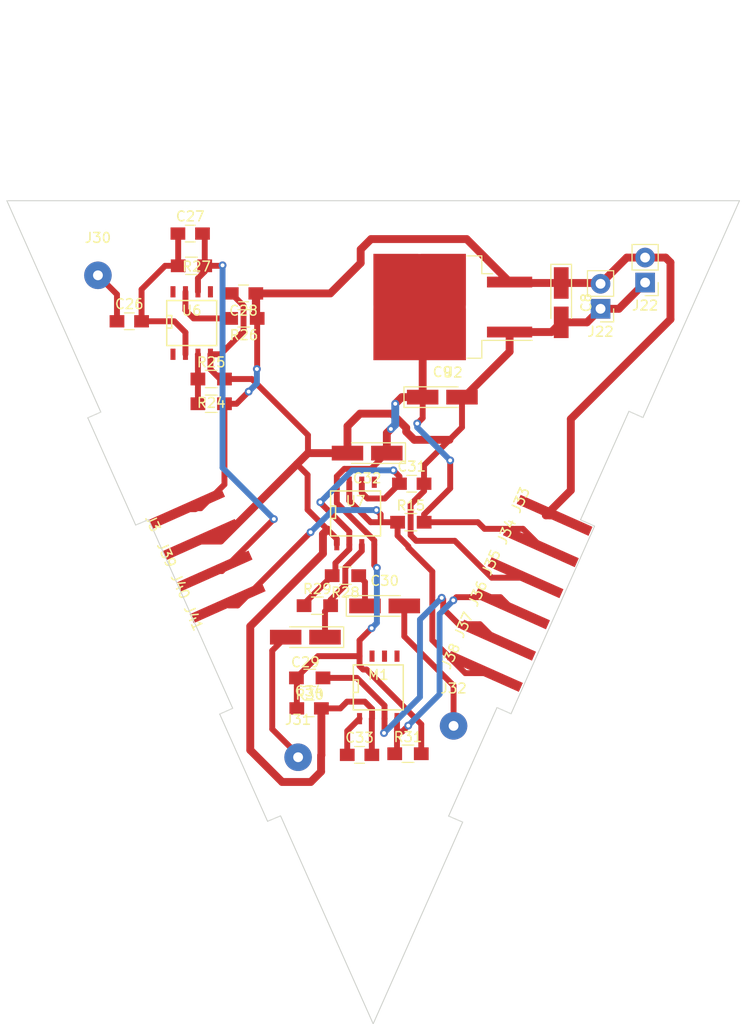
<source format=kicad_pcb>
(kicad_pcb (version 20170123) (host pcbnew no-vcs-found)

  (general
    (thickness 1.6)
    (drawings 22)
    (tracks 263)
    (zones 0)
    (modules 39)
    (nets 25)
  )

  (page A4)
  (layers
    (0 F.Cu signal)
    (31 B.Cu signal)
    (32 B.Adhes user)
    (33 F.Adhes user)
    (34 B.Paste user)
    (35 F.Paste user)
    (36 B.SilkS user)
    (37 F.SilkS user)
    (38 B.Mask user)
    (39 F.Mask user)
    (40 Dwgs.User user)
    (41 Cmts.User user)
    (42 Eco1.User user)
    (43 Eco2.User user)
    (44 Edge.Cuts user)
    (45 Margin user)
    (46 B.CrtYd user)
    (47 F.CrtYd user)
    (48 B.Fab user)
    (49 F.Fab user)
  )

  (setup
    (last_trace_width 0.25)
    (user_trace_width 0.4)
    (user_trace_width 0.55)
    (user_trace_width 0.6)
    (user_trace_width 0.8)
    (user_trace_width 1)
    (trace_clearance 0.2)
    (zone_clearance 0.508)
    (zone_45_only no)
    (trace_min 0.2)
    (segment_width 0.2)
    (edge_width 0.2)
    (via_size 0.8)
    (via_drill 0.4)
    (via_min_size 0.4)
    (via_min_drill 0.3)
    (uvia_size 0.3)
    (uvia_drill 0.1)
    (uvias_allowed no)
    (uvia_min_size 0.2)
    (uvia_min_drill 0.1)
    (pcb_text_width 0.3)
    (pcb_text_size 1.5 1.5)
    (mod_edge_width 0.15)
    (mod_text_size 1 1)
    (mod_text_width 0.15)
    (pad_size 1.6 1.6)
    (pad_drill 0)
    (pad_to_mask_clearance 0.2)
    (aux_axis_origin 0 0)
    (visible_elements 7FFFF7FF)
    (pcbplotparams
      (layerselection 0x010c0_ffffffff)
      (usegerberextensions false)
      (excludeedgelayer true)
      (linewidth 0.050000)
      (plotframeref false)
      (viasonmask false)
      (mode 1)
      (useauxorigin false)
      (hpglpennumber 1)
      (hpglpenspeed 20)
      (hpglpendiameter 15)
      (psnegative false)
      (psa4output false)
      (plotreference true)
      (plotvalue true)
      (plotinvisibletext false)
      (padsonsilk false)
      (subtractmaskfromsilk false)
      (outputformat 1)
      (mirror false)
      (drillshape 0)
      (scaleselection 1)
      (outputdirectory ""))
  )

  (net 0 "")
  (net 1 GND)
  (net 2 +3V3)
  (net 3 VCC)
  (net 4 "Net-(C26-Pad1)")
  (net 5 "Net-(C26-Pad2)")
  (net 6 /sensorboard/HF_OUTT)
  (net 7 "Net-(C29-Pad1)")
  (net 8 "Net-(C29-Pad2)")
  (net 9 "Net-(C30-Pad1)")
  (net 10 "Net-(C30-Pad2)")
  (net 11 "Net-(C31-Pad1)")
  (net 12 "Net-(C33-Pad1)")
  (net 13 /sensorboard/SDA)
  (net 14 /sensorboard/SCL)
  (net 15 /sensorboard/MUSH_555)
  (net 16 "Net-(M1-Pad5)")
  (net 17 "Net-(M1-Pad6)")
  (net 18 "Net-(M1-Pad7)")
  (net 19 "Net-(R24-Pad2)")
  (net 20 "Net-(R26-Pad2)")
  (net 21 "Net-(U6-Pad8)")
  (net 22 "Net-(U6-Pad5)")
  (net 23 "Net-(U6-Pad1)")
  (net 24 "Net-(U7-Pad5)")

  (net_class Default "This is the default net class."
    (clearance 0.2)
    (trace_width 0.25)
    (via_dia 0.8)
    (via_drill 0.4)
    (uvia_dia 0.3)
    (uvia_drill 0.1)
    (add_net +3V3)
    (add_net /sensorboard/HF_OUTT)
    (add_net /sensorboard/MUSH_555)
    (add_net /sensorboard/SCL)
    (add_net /sensorboard/SDA)
    (add_net GND)
    (add_net "Net-(C26-Pad1)")
    (add_net "Net-(C26-Pad2)")
    (add_net "Net-(C29-Pad1)")
    (add_net "Net-(C29-Pad2)")
    (add_net "Net-(C30-Pad1)")
    (add_net "Net-(C30-Pad2)")
    (add_net "Net-(C31-Pad1)")
    (add_net "Net-(C33-Pad1)")
    (add_net "Net-(M1-Pad5)")
    (add_net "Net-(M1-Pad6)")
    (add_net "Net-(M1-Pad7)")
    (add_net "Net-(R24-Pad2)")
    (add_net "Net-(R26-Pad2)")
    (add_net "Net-(U6-Pad1)")
    (add_net "Net-(U6-Pad5)")
    (add_net "Net-(U6-Pad8)")
    (add_net "Net-(U7-Pad5)")
    (add_net VCC)
  )

  (module Socket_Strips:Socket_Strip_Straight_1x02_Pitch2.54mm (layer F.Cu) (tedit 58CD5446) (tstamp 5B588AED)
    (at 87.2109 48.5394 180)
    (descr "Through hole straight socket strip, 1x02, 2.54mm pitch, single row")
    (tags "Through hole socket strip THT 1x02 2.54mm single row")
    (path /5B3BFF6A/5B44F636)
    (fp_text reference J22 (at 0 -2.33 180) (layer F.SilkS)
      (effects (font (size 1 1) (thickness 0.15)))
    )
    (fp_text value Conn_01x02 (at 0 4.87 180) (layer F.Fab)
      (effects (font (size 1 1) (thickness 0.15)))
    )
    (fp_text user %R (at 0 -2.33 180) (layer F.Fab)
      (effects (font (size 1 1) (thickness 0.15)))
    )
    (fp_line (start 1.8 -1.8) (end -1.8 -1.8) (layer F.CrtYd) (width 0.05))
    (fp_line (start 1.8 4.35) (end 1.8 -1.8) (layer F.CrtYd) (width 0.05))
    (fp_line (start -1.8 4.35) (end 1.8 4.35) (layer F.CrtYd) (width 0.05))
    (fp_line (start -1.8 -1.8) (end -1.8 4.35) (layer F.CrtYd) (width 0.05))
    (fp_line (start -1.33 -1.33) (end 0 -1.33) (layer F.SilkS) (width 0.12))
    (fp_line (start -1.33 0) (end -1.33 -1.33) (layer F.SilkS) (width 0.12))
    (fp_line (start 1.33 1.27) (end -1.33 1.27) (layer F.SilkS) (width 0.12))
    (fp_line (start 1.33 3.87) (end 1.33 1.27) (layer F.SilkS) (width 0.12))
    (fp_line (start -1.33 3.87) (end 1.33 3.87) (layer F.SilkS) (width 0.12))
    (fp_line (start -1.33 1.27) (end -1.33 3.87) (layer F.SilkS) (width 0.12))
    (fp_line (start 1.27 -1.27) (end -1.27 -1.27) (layer F.Fab) (width 0.1))
    (fp_line (start 1.27 3.81) (end 1.27 -1.27) (layer F.Fab) (width 0.1))
    (fp_line (start -1.27 3.81) (end 1.27 3.81) (layer F.Fab) (width 0.1))
    (fp_line (start -1.27 -1.27) (end -1.27 3.81) (layer F.Fab) (width 0.1))
    (pad 2 thru_hole oval (at 0 2.54 180) (size 2 2) (drill 1) (layers *.Cu *.Mask)
      (net 3 VCC))
    (pad 1 thru_hole rect (at 0 0 180) (size 2 2) (drill 1) (layers *.Cu *.Mask)
      (net 1 GND))
    (model ${KISYS3DMOD}/Socket_Strips.3dshapes/Socket_Strip_Straight_1x02_Pitch2.54mm.wrl
      (at (xyz 0 -0.05 0))
      (scale (xyz 1 1 1))
      (rotate (xyz 0 0 270))
    )
  )

  (module Wire_Pads:SolderWirePad_single_SMD_5x10mm (layer F.Cu) (tedit 5B4E6624) (tstamp 5B584B59)
    (at 40.6273 71.4756 114)
    (descr "Wire Pad, Square, SMD Pad,  5mm x 10mm,")
    (tags "MesurementPoint Square SMDPad 5mmx10mm ")
    (path /5B3F67D9)
    (attr smd)
    (fp_text reference J3 (at 0 -3.81 114) (layer F.SilkS)
      (effects (font (size 1 1) (thickness 0.15)))
    )
    (fp_text value BREAKOUT (at 0 6.35 114) (layer F.Fab)
      (effects (font (size 1 1) (thickness 0.15)))
    )
    (fp_line (start 2.75 -5.249999) (end -2.75 -5.25) (layer F.CrtYd) (width 0.05))
    (fp_line (start 2.75 5.25) (end 2.75 -5.249999) (layer F.CrtYd) (width 0.05))
    (fp_line (start -2.75 5.249999) (end 2.75 5.25) (layer F.CrtYd) (width 0.05))
    (fp_line (start -2.75 -5.25) (end -2.75 5.249999) (layer F.CrtYd) (width 0.05))
    (pad 1 smd rect (at 0 0 114) (size 1 8) (layers F.Cu F.Mask)
      (net 3 VCC))
  )

  (module Capacitors_Tantalum_SMD:CP_Tantalum_Case-A_EIA-3216-18_Hand (layer F.Cu) (tedit 5B4D02AA) (tstamp 5B4FC21F)
    (at 78.6765 50.5841 270)
    (descr "Tantalum capacitor, Case A, EIA 3216-18, 3.2x1.6x1.6mm, Hand soldering footprint")
    (tags "capacitor tantalum smd")
    (path /5AD53B7D)
    (attr smd)
    (fp_text reference C8 (at 0 -2.55 270) (layer F.SilkS)
      (effects (font (size 1 1) (thickness 0.15)))
    )
    (fp_text value 10uF (at 0 2.55 270) (layer F.Fab)
      (effects (font (size 1 1) (thickness 0.15)))
    )
    (fp_text user %R (at 0 0 270) (layer F.Fab)
      (effects (font (size 0.7 0.7) (thickness 0.105)))
    )
    (fp_line (start -4 -1.2) (end -4 1.2) (layer F.CrtYd) (width 0.05))
    (fp_line (start -4 1.2) (end 4 1.2) (layer F.CrtYd) (width 0.05))
    (fp_line (start 4 1.2) (end 4 -1.2) (layer F.CrtYd) (width 0.05))
    (fp_line (start 4 -1.2) (end -4 -1.2) (layer F.CrtYd) (width 0.05))
    (fp_line (start -1.6 -0.8) (end -1.6 0.8) (layer F.Fab) (width 0.1))
    (fp_line (start -1.6 0.8) (end 1.6 0.8) (layer F.Fab) (width 0.1))
    (fp_line (start 1.6 0.8) (end 1.6 -0.8) (layer F.Fab) (width 0.1))
    (fp_line (start 1.6 -0.8) (end -1.6 -0.8) (layer F.Fab) (width 0.1))
    (fp_line (start -1.28 -0.8) (end -1.28 0.8) (layer F.Fab) (width 0.1))
    (fp_line (start -1.12 -0.8) (end -1.12 0.8) (layer F.Fab) (width 0.1))
    (fp_line (start -3.9 -1.05) (end 1.6 -1.05) (layer F.SilkS) (width 0.12))
    (fp_line (start -3.9 1.05) (end 1.6 1.05) (layer F.SilkS) (width 0.12))
    (fp_line (start -3.9 -1.05) (end -3.9 1.05) (layer F.SilkS) (width 0.12))
    (pad 1 smd rect (at -2 0 270) (size 3.2 1.5) (layers F.Cu F.Paste F.Mask)
      (net 3 VCC))
    (pad 2 smd rect (at 2 0 270) (size 3.2 1.5) (layers F.Cu F.Paste F.Mask)
      (net 1 GND))
    (model Capacitors_Tantalum_SMD.3dshapes/CP_Tantalum_Case-A_EIA-3216-18.wrl
      (at (xyz 0 0 0))
      (scale (xyz 1 1 1))
      (rotate (xyz 0 0 0))
    )
  )

  (module Capacitors_Tantalum_SMD:CP_Tantalum_Case-A_EIA-3216-18_Hand (layer F.Cu) (tedit 58CC8C08) (tstamp 5B4FC233)
    (at 66.5861 60.1853)
    (descr "Tantalum capacitor, Case A, EIA 3216-18, 3.2x1.6x1.6mm, Hand soldering footprint")
    (tags "capacitor tantalum smd")
    (path /5AD53C3F)
    (attr smd)
    (fp_text reference C9 (at 0 -2.55) (layer F.SilkS)
      (effects (font (size 1 1) (thickness 0.15)))
    )
    (fp_text value 10uF (at 0 2.55) (layer F.Fab)
      (effects (font (size 1 1) (thickness 0.15)))
    )
    (fp_text user %R (at 0 0) (layer F.Fab)
      (effects (font (size 0.7 0.7) (thickness 0.105)))
    )
    (fp_line (start -4 -1.2) (end -4 1.2) (layer F.CrtYd) (width 0.05))
    (fp_line (start -4 1.2) (end 4 1.2) (layer F.CrtYd) (width 0.05))
    (fp_line (start 4 1.2) (end 4 -1.2) (layer F.CrtYd) (width 0.05))
    (fp_line (start 4 -1.2) (end -4 -1.2) (layer F.CrtYd) (width 0.05))
    (fp_line (start -1.6 -0.8) (end -1.6 0.8) (layer F.Fab) (width 0.1))
    (fp_line (start -1.6 0.8) (end 1.6 0.8) (layer F.Fab) (width 0.1))
    (fp_line (start 1.6 0.8) (end 1.6 -0.8) (layer F.Fab) (width 0.1))
    (fp_line (start 1.6 -0.8) (end -1.6 -0.8) (layer F.Fab) (width 0.1))
    (fp_line (start -1.28 -0.8) (end -1.28 0.8) (layer F.Fab) (width 0.1))
    (fp_line (start -1.12 -0.8) (end -1.12 0.8) (layer F.Fab) (width 0.1))
    (fp_line (start -3.9 -1.05) (end 1.6 -1.05) (layer F.SilkS) (width 0.12))
    (fp_line (start -3.9 1.05) (end 1.6 1.05) (layer F.SilkS) (width 0.12))
    (fp_line (start -3.9 -1.05) (end -3.9 1.05) (layer F.SilkS) (width 0.12))
    (pad 1 smd rect (at -2 0) (size 3.2 1.5) (layers F.Cu F.Paste F.Mask)
      (net 2 +3V3))
    (pad 2 smd rect (at 2 0) (size 3.2 1.5) (layers F.Cu F.Paste F.Mask)
      (net 1 GND))
    (model Capacitors_Tantalum_SMD.3dshapes/CP_Tantalum_Case-A_EIA-3216-18.wrl
      (at (xyz 0 0 0))
      (scale (xyz 1 1 1))
      (rotate (xyz 0 0 0))
    )
  )

  (module Capacitors_SMD:C_0805_HandSoldering (layer F.Cu) (tedit 58AA84A8) (tstamp 5B4FC346)
    (at 34.7472 52.4764)
    (descr "Capacitor SMD 0805, hand soldering")
    (tags "capacitor 0805")
    (path /5B3BFF6A/5B40765D)
    (attr smd)
    (fp_text reference C26 (at 0 -1.75) (layer F.SilkS)
      (effects (font (size 1 1) (thickness 0.15)))
    )
    (fp_text value 100nF (at 0 1.75) (layer F.Fab)
      (effects (font (size 1 1) (thickness 0.15)))
    )
    (fp_text user %R (at 0 -1.75) (layer F.Fab)
      (effects (font (size 1 1) (thickness 0.15)))
    )
    (fp_line (start -1 0.62) (end -1 -0.62) (layer F.Fab) (width 0.1))
    (fp_line (start 1 0.62) (end -1 0.62) (layer F.Fab) (width 0.1))
    (fp_line (start 1 -0.62) (end 1 0.62) (layer F.Fab) (width 0.1))
    (fp_line (start -1 -0.62) (end 1 -0.62) (layer F.Fab) (width 0.1))
    (fp_line (start 0.5 -0.85) (end -0.5 -0.85) (layer F.SilkS) (width 0.12))
    (fp_line (start -0.5 0.85) (end 0.5 0.85) (layer F.SilkS) (width 0.12))
    (fp_line (start -2.25 -0.88) (end 2.25 -0.88) (layer F.CrtYd) (width 0.05))
    (fp_line (start -2.25 -0.88) (end -2.25 0.87) (layer F.CrtYd) (width 0.05))
    (fp_line (start 2.25 0.87) (end 2.25 -0.88) (layer F.CrtYd) (width 0.05))
    (fp_line (start 2.25 0.87) (end -2.25 0.87) (layer F.CrtYd) (width 0.05))
    (pad 1 smd rect (at -1.25 0) (size 1.5 1.25) (layers F.Cu F.Paste F.Mask)
      (net 4 "Net-(C26-Pad1)"))
    (pad 2 smd rect (at 1.25 0) (size 1.5 1.25) (layers F.Cu F.Paste F.Mask)
      (net 5 "Net-(C26-Pad2)"))
    (model Capacitors_SMD.3dshapes/C_0805.wrl
      (at (xyz 0 0 0))
      (scale (xyz 1 1 1))
      (rotate (xyz 0 0 0))
    )
  )

  (module Capacitors_SMD:C_0805_HandSoldering (layer F.Cu) (tedit 5B50662C) (tstamp 5B4FC357)
    (at 40.9448 43.561)
    (descr "Capacitor SMD 0805, hand soldering")
    (tags "capacitor 0805")
    (path /5B3BFF6A/5B40754C)
    (attr smd)
    (fp_text reference C27 (at 0 -1.75) (layer F.SilkS)
      (effects (font (size 1 1) (thickness 0.15)))
    )
    (fp_text value 10nF (at 4.0894 -0.2032) (layer F.Fab)
      (effects (font (size 1 1) (thickness 0.15)))
    )
    (fp_line (start 2.25 0.87) (end -2.25 0.87) (layer F.CrtYd) (width 0.05))
    (fp_line (start 2.25 0.87) (end 2.25 -0.88) (layer F.CrtYd) (width 0.05))
    (fp_line (start -2.25 -0.88) (end -2.25 0.87) (layer F.CrtYd) (width 0.05))
    (fp_line (start -2.25 -0.88) (end 2.25 -0.88) (layer F.CrtYd) (width 0.05))
    (fp_line (start -0.5 0.85) (end 0.5 0.85) (layer F.SilkS) (width 0.12))
    (fp_line (start 0.5 -0.85) (end -0.5 -0.85) (layer F.SilkS) (width 0.12))
    (fp_line (start -1 -0.62) (end 1 -0.62) (layer F.Fab) (width 0.1))
    (fp_line (start 1 -0.62) (end 1 0.62) (layer F.Fab) (width 0.1))
    (fp_line (start 1 0.62) (end -1 0.62) (layer F.Fab) (width 0.1))
    (fp_line (start -1 0.62) (end -1 -0.62) (layer F.Fab) (width 0.1))
    (fp_text user %R (at 0 -1.75) (layer F.Fab)
      (effects (font (size 1 1) (thickness 0.15)))
    )
    (pad 2 smd rect (at 1.25 0) (size 1.5 1.25) (layers F.Cu F.Paste F.Mask)
      (net 6 /sensorboard/HF_OUTT))
    (pad 1 smd rect (at -1.25 0) (size 1.5 1.25) (layers F.Cu F.Paste F.Mask)
      (net 5 "Net-(C26-Pad2)"))
    (model Capacitors_SMD.3dshapes/C_0805.wrl
      (at (xyz 0 0 0))
      (scale (xyz 1 1 1))
      (rotate (xyz 0 0 0))
    )
  )

  (module Capacitors_SMD:C_0805_HandSoldering (layer F.Cu) (tedit 58AA84A8) (tstamp 5B4FC368)
    (at 46.3677 49.6443 180)
    (descr "Capacitor SMD 0805, hand soldering")
    (tags "capacitor 0805")
    (path /5B3BFF6A/5B40AB80)
    (attr smd)
    (fp_text reference C28 (at 0 -1.75 180) (layer F.SilkS)
      (effects (font (size 1 1) (thickness 0.15)))
    )
    (fp_text value 100nF (at 0 1.75 180) (layer F.Fab)
      (effects (font (size 1 1) (thickness 0.15)))
    )
    (fp_text user %R (at 0 -1.75 180) (layer F.Fab)
      (effects (font (size 1 1) (thickness 0.15)))
    )
    (fp_line (start -1 0.62) (end -1 -0.62) (layer F.Fab) (width 0.1))
    (fp_line (start 1 0.62) (end -1 0.62) (layer F.Fab) (width 0.1))
    (fp_line (start 1 -0.62) (end 1 0.62) (layer F.Fab) (width 0.1))
    (fp_line (start -1 -0.62) (end 1 -0.62) (layer F.Fab) (width 0.1))
    (fp_line (start 0.5 -0.85) (end -0.5 -0.85) (layer F.SilkS) (width 0.12))
    (fp_line (start -0.5 0.85) (end 0.5 0.85) (layer F.SilkS) (width 0.12))
    (fp_line (start -2.25 -0.88) (end 2.25 -0.88) (layer F.CrtYd) (width 0.05))
    (fp_line (start -2.25 -0.88) (end -2.25 0.87) (layer F.CrtYd) (width 0.05))
    (fp_line (start 2.25 0.87) (end 2.25 -0.88) (layer F.CrtYd) (width 0.05))
    (fp_line (start 2.25 0.87) (end -2.25 0.87) (layer F.CrtYd) (width 0.05))
    (pad 1 smd rect (at -1.25 0 180) (size 1.5 1.25) (layers F.Cu F.Paste F.Mask)
      (net 3 VCC))
    (pad 2 smd rect (at 1.25 0 180) (size 1.5 1.25) (layers F.Cu F.Paste F.Mask)
      (net 1 GND))
    (model Capacitors_SMD.3dshapes/C_0805.wrl
      (at (xyz 0 0 0))
      (scale (xyz 1 1 1))
      (rotate (xyz 0 0 0))
    )
  )

  (module Capacitors_Tantalum_SMD:CP_Tantalum_Case-A_EIA-3216-18_Hand (layer F.Cu) (tedit 58CC8C08) (tstamp 5B4FC37C)
    (at 52.6542 84.582 180)
    (descr "Tantalum capacitor, Case A, EIA 3216-18, 3.2x1.6x1.6mm, Hand soldering footprint")
    (tags "capacitor tantalum smd")
    (path /5B3BFF6A/5B40C3EB)
    (attr smd)
    (fp_text reference C29 (at 0 -2.55 180) (layer F.SilkS)
      (effects (font (size 1 1) (thickness 0.15)))
    )
    (fp_text value 2.2uF (at 0 2.55 180) (layer F.Fab)
      (effects (font (size 1 1) (thickness 0.15)))
    )
    (fp_text user %R (at 0 0 180) (layer F.Fab)
      (effects (font (size 0.7 0.7) (thickness 0.105)))
    )
    (fp_line (start -4 -1.2) (end -4 1.2) (layer F.CrtYd) (width 0.05))
    (fp_line (start -4 1.2) (end 4 1.2) (layer F.CrtYd) (width 0.05))
    (fp_line (start 4 1.2) (end 4 -1.2) (layer F.CrtYd) (width 0.05))
    (fp_line (start 4 -1.2) (end -4 -1.2) (layer F.CrtYd) (width 0.05))
    (fp_line (start -1.6 -0.8) (end -1.6 0.8) (layer F.Fab) (width 0.1))
    (fp_line (start -1.6 0.8) (end 1.6 0.8) (layer F.Fab) (width 0.1))
    (fp_line (start 1.6 0.8) (end 1.6 -0.8) (layer F.Fab) (width 0.1))
    (fp_line (start 1.6 -0.8) (end -1.6 -0.8) (layer F.Fab) (width 0.1))
    (fp_line (start -1.28 -0.8) (end -1.28 0.8) (layer F.Fab) (width 0.1))
    (fp_line (start -1.12 -0.8) (end -1.12 0.8) (layer F.Fab) (width 0.1))
    (fp_line (start -3.9 -1.05) (end 1.6 -1.05) (layer F.SilkS) (width 0.12))
    (fp_line (start -3.9 1.05) (end 1.6 1.05) (layer F.SilkS) (width 0.12))
    (fp_line (start -3.9 -1.05) (end -3.9 1.05) (layer F.SilkS) (width 0.12))
    (pad 1 smd rect (at -2 0 180) (size 3.2 1.5) (layers F.Cu F.Paste F.Mask)
      (net 7 "Net-(C29-Pad1)"))
    (pad 2 smd rect (at 2 0 180) (size 3.2 1.5) (layers F.Cu F.Paste F.Mask)
      (net 8 "Net-(C29-Pad2)"))
    (model Capacitors_Tantalum_SMD.3dshapes/CP_Tantalum_Case-A_EIA-3216-18.wrl
      (at (xyz 0 0 0))
      (scale (xyz 1 1 1))
      (rotate (xyz 0 0 0))
    )
  )

  (module Capacitors_Tantalum_SMD:CP_Tantalum_Case-A_EIA-3216-18_Hand (layer F.Cu) (tedit 58CC8C08) (tstamp 5B4FC390)
    (at 60.7187 81.407)
    (descr "Tantalum capacitor, Case A, EIA 3216-18, 3.2x1.6x1.6mm, Hand soldering footprint")
    (tags "capacitor tantalum smd")
    (path /5B3BFF6A/5B40C4E4)
    (attr smd)
    (fp_text reference C30 (at 0 -2.55) (layer F.SilkS)
      (effects (font (size 1 1) (thickness 0.15)))
    )
    (fp_text value 2.2uF (at 0 2.55) (layer F.Fab)
      (effects (font (size 1 1) (thickness 0.15)))
    )
    (fp_text user %R (at 0 0) (layer F.Fab)
      (effects (font (size 0.7 0.7) (thickness 0.105)))
    )
    (fp_line (start -4 -1.2) (end -4 1.2) (layer F.CrtYd) (width 0.05))
    (fp_line (start -4 1.2) (end 4 1.2) (layer F.CrtYd) (width 0.05))
    (fp_line (start 4 1.2) (end 4 -1.2) (layer F.CrtYd) (width 0.05))
    (fp_line (start 4 -1.2) (end -4 -1.2) (layer F.CrtYd) (width 0.05))
    (fp_line (start -1.6 -0.8) (end -1.6 0.8) (layer F.Fab) (width 0.1))
    (fp_line (start -1.6 0.8) (end 1.6 0.8) (layer F.Fab) (width 0.1))
    (fp_line (start 1.6 0.8) (end 1.6 -0.8) (layer F.Fab) (width 0.1))
    (fp_line (start 1.6 -0.8) (end -1.6 -0.8) (layer F.Fab) (width 0.1))
    (fp_line (start -1.28 -0.8) (end -1.28 0.8) (layer F.Fab) (width 0.1))
    (fp_line (start -1.12 -0.8) (end -1.12 0.8) (layer F.Fab) (width 0.1))
    (fp_line (start -3.9 -1.05) (end 1.6 -1.05) (layer F.SilkS) (width 0.12))
    (fp_line (start -3.9 1.05) (end 1.6 1.05) (layer F.SilkS) (width 0.12))
    (fp_line (start -3.9 -1.05) (end -3.9 1.05) (layer F.SilkS) (width 0.12))
    (pad 1 smd rect (at -2 0) (size 3.2 1.5) (layers F.Cu F.Paste F.Mask)
      (net 9 "Net-(C30-Pad1)"))
    (pad 2 smd rect (at 2 0) (size 3.2 1.5) (layers F.Cu F.Paste F.Mask)
      (net 10 "Net-(C30-Pad2)"))
    (model Capacitors_Tantalum_SMD.3dshapes/CP_Tantalum_Case-A_EIA-3216-18.wrl
      (at (xyz 0 0 0))
      (scale (xyz 1 1 1))
      (rotate (xyz 0 0 0))
    )
  )

  (module Capacitors_SMD:C_0805_HandSoldering (layer F.Cu) (tedit 58AA84A8) (tstamp 5B4FC3A1)
    (at 63.4746 68.9864)
    (descr "Capacitor SMD 0805, hand soldering")
    (tags "capacitor 0805")
    (path /5B3BFF6A/5B40CB0F)
    (attr smd)
    (fp_text reference C31 (at 0 -1.75) (layer F.SilkS)
      (effects (font (size 1 1) (thickness 0.15)))
    )
    (fp_text value 100nF (at 0 1.75) (layer F.Fab)
      (effects (font (size 1 1) (thickness 0.15)))
    )
    (fp_text user %R (at 0 -1.75) (layer F.Fab)
      (effects (font (size 1 1) (thickness 0.15)))
    )
    (fp_line (start -1 0.62) (end -1 -0.62) (layer F.Fab) (width 0.1))
    (fp_line (start 1 0.62) (end -1 0.62) (layer F.Fab) (width 0.1))
    (fp_line (start 1 -0.62) (end 1 0.62) (layer F.Fab) (width 0.1))
    (fp_line (start -1 -0.62) (end 1 -0.62) (layer F.Fab) (width 0.1))
    (fp_line (start 0.5 -0.85) (end -0.5 -0.85) (layer F.SilkS) (width 0.12))
    (fp_line (start -0.5 0.85) (end 0.5 0.85) (layer F.SilkS) (width 0.12))
    (fp_line (start -2.25 -0.88) (end 2.25 -0.88) (layer F.CrtYd) (width 0.05))
    (fp_line (start -2.25 -0.88) (end -2.25 0.87) (layer F.CrtYd) (width 0.05))
    (fp_line (start 2.25 0.87) (end 2.25 -0.88) (layer F.CrtYd) (width 0.05))
    (fp_line (start 2.25 0.87) (end -2.25 0.87) (layer F.CrtYd) (width 0.05))
    (pad 1 smd rect (at -1.25 0) (size 1.5 1.25) (layers F.Cu F.Paste F.Mask)
      (net 11 "Net-(C31-Pad1)"))
    (pad 2 smd rect (at 1.25 0) (size 1.5 1.25) (layers F.Cu F.Paste F.Mask)
      (net 1 GND))
    (model Capacitors_SMD.3dshapes/C_0805.wrl
      (at (xyz 0 0 0))
      (scale (xyz 1 1 1))
      (rotate (xyz 0 0 0))
    )
  )

  (module Capacitors_Tantalum_SMD:CP_Tantalum_Case-A_EIA-3216-18_Hand (layer F.Cu) (tedit 58CC8C08) (tstamp 5B4FC3B5)
    (at 58.9407 65.8749 180)
    (descr "Tantalum capacitor, Case A, EIA 3216-18, 3.2x1.6x1.6mm, Hand soldering footprint")
    (tags "capacitor tantalum smd")
    (path /5B3BFF6A/5B40EF5A)
    (attr smd)
    (fp_text reference C32 (at 0 -2.55 180) (layer F.SilkS)
      (effects (font (size 1 1) (thickness 0.15)))
    )
    (fp_text value 2.2uF (at 0 2.55 180) (layer F.Fab)
      (effects (font (size 1 1) (thickness 0.15)))
    )
    (fp_line (start -3.9 -1.05) (end -3.9 1.05) (layer F.SilkS) (width 0.12))
    (fp_line (start -3.9 1.05) (end 1.6 1.05) (layer F.SilkS) (width 0.12))
    (fp_line (start -3.9 -1.05) (end 1.6 -1.05) (layer F.SilkS) (width 0.12))
    (fp_line (start -1.12 -0.8) (end -1.12 0.8) (layer F.Fab) (width 0.1))
    (fp_line (start -1.28 -0.8) (end -1.28 0.8) (layer F.Fab) (width 0.1))
    (fp_line (start 1.6 -0.8) (end -1.6 -0.8) (layer F.Fab) (width 0.1))
    (fp_line (start 1.6 0.8) (end 1.6 -0.8) (layer F.Fab) (width 0.1))
    (fp_line (start -1.6 0.8) (end 1.6 0.8) (layer F.Fab) (width 0.1))
    (fp_line (start -1.6 -0.8) (end -1.6 0.8) (layer F.Fab) (width 0.1))
    (fp_line (start 4 -1.2) (end -4 -1.2) (layer F.CrtYd) (width 0.05))
    (fp_line (start 4 1.2) (end 4 -1.2) (layer F.CrtYd) (width 0.05))
    (fp_line (start -4 1.2) (end 4 1.2) (layer F.CrtYd) (width 0.05))
    (fp_line (start -4 -1.2) (end -4 1.2) (layer F.CrtYd) (width 0.05))
    (fp_text user %R (at 0 0 180) (layer F.Fab)
      (effects (font (size 0.7 0.7) (thickness 0.105)))
    )
    (pad 2 smd rect (at 2 0 180) (size 3.2 1.5) (layers F.Cu F.Paste F.Mask)
      (net 1 GND))
    (pad 1 smd rect (at -2 0 180) (size 3.2 1.5) (layers F.Cu F.Paste F.Mask)
      (net 2 +3V3))
    (model Capacitors_Tantalum_SMD.3dshapes/CP_Tantalum_Case-A_EIA-3216-18.wrl
      (at (xyz 0 0 0))
      (scale (xyz 1 1 1))
      (rotate (xyz 0 0 0))
    )
  )

  (module Capacitors_SMD:C_0805_HandSoldering (layer F.Cu) (tedit 58AA84A8) (tstamp 5B4FC3C6)
    (at 58.166 96.5454)
    (descr "Capacitor SMD 0805, hand soldering")
    (tags "capacitor 0805")
    (path /5B3BFF6A/5B41A460)
    (attr smd)
    (fp_text reference C33 (at 0 -1.75) (layer F.SilkS)
      (effects (font (size 1 1) (thickness 0.15)))
    )
    (fp_text value 100nF (at 0 1.75) (layer F.Fab)
      (effects (font (size 1 1) (thickness 0.15)))
    )
    (fp_text user %R (at 0 -1.75) (layer F.Fab)
      (effects (font (size 1 1) (thickness 0.15)))
    )
    (fp_line (start -1 0.62) (end -1 -0.62) (layer F.Fab) (width 0.1))
    (fp_line (start 1 0.62) (end -1 0.62) (layer F.Fab) (width 0.1))
    (fp_line (start 1 -0.62) (end 1 0.62) (layer F.Fab) (width 0.1))
    (fp_line (start -1 -0.62) (end 1 -0.62) (layer F.Fab) (width 0.1))
    (fp_line (start 0.5 -0.85) (end -0.5 -0.85) (layer F.SilkS) (width 0.12))
    (fp_line (start -0.5 0.85) (end 0.5 0.85) (layer F.SilkS) (width 0.12))
    (fp_line (start -2.25 -0.88) (end 2.25 -0.88) (layer F.CrtYd) (width 0.05))
    (fp_line (start -2.25 -0.88) (end -2.25 0.87) (layer F.CrtYd) (width 0.05))
    (fp_line (start 2.25 0.87) (end 2.25 -0.88) (layer F.CrtYd) (width 0.05))
    (fp_line (start 2.25 0.87) (end -2.25 0.87) (layer F.CrtYd) (width 0.05))
    (pad 1 smd rect (at -1.25 0) (size 1.5 1.25) (layers F.Cu F.Paste F.Mask)
      (net 12 "Net-(C33-Pad1)"))
    (pad 2 smd rect (at 1.25 0) (size 1.5 1.25) (layers F.Cu F.Paste F.Mask)
      (net 1 GND))
    (model Capacitors_SMD.3dshapes/C_0805.wrl
      (at (xyz 0 0 0))
      (scale (xyz 1 1 1))
      (rotate (xyz 0 0 0))
    )
  )

  (module Capacitors_SMD:C_0805_HandSoldering (layer F.Cu) (tedit 58AA84A8) (tstamp 5B4FC3D7)
    (at 53.0352 91.821)
    (descr "Capacitor SMD 0805, hand soldering")
    (tags "capacitor 0805")
    (path /5B3BFF6A/5B419614)
    (attr smd)
    (fp_text reference C34 (at 0 -1.75) (layer F.SilkS)
      (effects (font (size 1 1) (thickness 0.15)))
    )
    (fp_text value 220nF (at 0 1.75) (layer F.Fab)
      (effects (font (size 1 1) (thickness 0.15)))
    )
    (fp_line (start 2.25 0.87) (end -2.25 0.87) (layer F.CrtYd) (width 0.05))
    (fp_line (start 2.25 0.87) (end 2.25 -0.88) (layer F.CrtYd) (width 0.05))
    (fp_line (start -2.25 -0.88) (end -2.25 0.87) (layer F.CrtYd) (width 0.05))
    (fp_line (start -2.25 -0.88) (end 2.25 -0.88) (layer F.CrtYd) (width 0.05))
    (fp_line (start -0.5 0.85) (end 0.5 0.85) (layer F.SilkS) (width 0.12))
    (fp_line (start 0.5 -0.85) (end -0.5 -0.85) (layer F.SilkS) (width 0.12))
    (fp_line (start -1 -0.62) (end 1 -0.62) (layer F.Fab) (width 0.1))
    (fp_line (start 1 -0.62) (end 1 0.62) (layer F.Fab) (width 0.1))
    (fp_line (start 1 0.62) (end -1 0.62) (layer F.Fab) (width 0.1))
    (fp_line (start -1 0.62) (end -1 -0.62) (layer F.Fab) (width 0.1))
    (fp_text user %R (at 0 -1.75) (layer F.Fab)
      (effects (font (size 1 1) (thickness 0.15)))
    )
    (pad 2 smd rect (at 1.25 0) (size 1.5 1.25) (layers F.Cu F.Paste F.Mask)
      (net 1 GND))
    (pad 1 smd rect (at -1.25 0) (size 1.5 1.25) (layers F.Cu F.Paste F.Mask)
      (net 2 +3V3))
    (model Capacitors_SMD.3dshapes/C_0805.wrl
      (at (xyz 0 0 0))
      (scale (xyz 1 1 1))
      (rotate (xyz 0 0 0))
    )
  )

  (module Socket_Strips:Socket_Strip_Straight_1x02_Pitch2.54mm (layer F.Cu) (tedit 5B4F81FA) (tstamp 5B4FC4F8)
    (at 82.677 51.2064 180)
    (descr "Through hole straight socket strip, 1x02, 2.54mm pitch, single row")
    (tags "Through hole socket strip THT 1x02 2.54mm single row")
    (path /5B3BFF6A/5B44F636)
    (fp_text reference J22 (at 0 -2.33 180) (layer F.SilkS)
      (effects (font (size 1 1) (thickness 0.15)))
    )
    (fp_text value Conn_01x02 (at 0 4.87 180) (layer F.Fab)
      (effects (font (size 1 1) (thickness 0.15)))
    )
    (fp_line (start -1.27 -1.27) (end -1.27 3.81) (layer F.Fab) (width 0.1))
    (fp_line (start -1.27 3.81) (end 1.27 3.81) (layer F.Fab) (width 0.1))
    (fp_line (start 1.27 3.81) (end 1.27 -1.27) (layer F.Fab) (width 0.1))
    (fp_line (start 1.27 -1.27) (end -1.27 -1.27) (layer F.Fab) (width 0.1))
    (fp_line (start -1.33 1.27) (end -1.33 3.87) (layer F.SilkS) (width 0.12))
    (fp_line (start -1.33 3.87) (end 1.33 3.87) (layer F.SilkS) (width 0.12))
    (fp_line (start 1.33 3.87) (end 1.33 1.27) (layer F.SilkS) (width 0.12))
    (fp_line (start 1.33 1.27) (end -1.33 1.27) (layer F.SilkS) (width 0.12))
    (fp_line (start -1.33 0) (end -1.33 -1.33) (layer F.SilkS) (width 0.12))
    (fp_line (start -1.33 -1.33) (end 0 -1.33) (layer F.SilkS) (width 0.12))
    (fp_line (start -1.8 -1.8) (end -1.8 4.35) (layer F.CrtYd) (width 0.05))
    (fp_line (start -1.8 4.35) (end 1.8 4.35) (layer F.CrtYd) (width 0.05))
    (fp_line (start 1.8 4.35) (end 1.8 -1.8) (layer F.CrtYd) (width 0.05))
    (fp_line (start 1.8 -1.8) (end -1.8 -1.8) (layer F.CrtYd) (width 0.05))
    (fp_text user %R (at 0 -2.33 180) (layer F.Fab)
      (effects (font (size 1 1) (thickness 0.15)))
    )
    (pad 1 thru_hole rect (at 0 0 180) (size 2 2) (drill 1) (layers *.Cu *.Mask)
      (net 1 GND))
    (pad 2 thru_hole oval (at 0 2.54 180) (size 2 2) (drill 1) (layers *.Cu *.Mask)
      (net 3 VCC))
    (model ${KISYS3DMOD}/Socket_Strips.3dshapes/Socket_Strip_Straight_1x02_Pitch2.54mm.wrl
      (at (xyz 0 -0.05 0))
      (scale (xyz 1 1 1))
      (rotate (xyz 0 0 270))
    )
  )

  (module Wire_Pads:SolderWirePad_single_1mmDrill (layer F.Cu) (tedit 5B4F8231) (tstamp 5B4FC538)
    (at 31.5595 47.8028)
    (path /5B3BFF6A/5B408227)
    (fp_text reference J30 (at 0 -3.81) (layer F.SilkS)
      (effects (font (size 1 1) (thickness 0.15)))
    )
    (fp_text value RFIN (at -1.905 3.175) (layer F.Fab)
      (effects (font (size 1 1) (thickness 0.15)))
    )
    (pad 1 thru_hole circle (at 0 0) (size 2.8 2.8) (drill 1.00076) (layers *.Cu *.Mask)
      (net 4 "Net-(C26-Pad1)"))
  )

  (module Wire_Pads:SolderWirePad_single_1mmDrill (layer F.Cu) (tedit 0) (tstamp 5B4FC53D)
    (at 51.9176 96.7867)
    (path /5B3BFF6A/5B40C6BB)
    (fp_text reference J31 (at 0 -3.81) (layer F.SilkS)
      (effects (font (size 1 1) (thickness 0.15)))
    )
    (fp_text value MUSH (at -1.905 3.175) (layer F.Fab)
      (effects (font (size 1 1) (thickness 0.15)))
    )
    (pad 1 thru_hole circle (at 0 0) (size 2.8 2.8) (drill 1.00076) (layers *.Cu *.Mask)
      (net 8 "Net-(C29-Pad2)"))
  )

  (module Wire_Pads:SolderWirePad_single_1mmDrill (layer F.Cu) (tedit 0) (tstamp 5B4FC542)
    (at 67.7291 93.599)
    (path /5B3BFF6A/5B40C7B2)
    (fp_text reference J32 (at 0 -3.81) (layer F.SilkS)
      (effects (font (size 1 1) (thickness 0.15)))
    )
    (fp_text value MUSH (at -1.905 3.175) (layer F.Fab)
      (effects (font (size 1 1) (thickness 0.15)))
    )
    (pad 1 thru_hole circle (at 0 0) (size 2.8 2.8) (drill 1.00076) (layers *.Cu *.Mask)
      (net 10 "Net-(C30-Pad2)"))
  )

  (module Wire_Pads:SolderWirePad_single_SMD_5x10mm (layer F.Cu) (tedit 5640A485) (tstamp 5B4FC54B)
    (at 78.0034 72.1995 66)
    (descr "Wire Pad, Square, SMD Pad,  5mm x 10mm,")
    (tags "MesurementPoint Square SMDPad 5mmx10mm ")
    (path /5B3BFF6A/5B405202)
    (attr smd)
    (fp_text reference J33 (at 0 -3.81 66) (layer F.SilkS)
      (effects (font (size 1 1) (thickness 0.15)))
    )
    (fp_text value BREAKOUT (at 0 6.35 66) (layer F.Fab)
      (effects (font (size 1 1) (thickness 0.15)))
    )
    (fp_line (start -2.75 -5.249999) (end -2.75 5.25) (layer F.CrtYd) (width 0.05))
    (fp_line (start -2.75 5.25) (end 2.75 5.249999) (layer F.CrtYd) (width 0.05))
    (fp_line (start 2.75 5.249999) (end 2.75 -5.25) (layer F.CrtYd) (width 0.05))
    (fp_line (start 2.75 -5.25) (end -2.75 -5.249999) (layer F.CrtYd) (width 0.05))
    (pad 1 smd rect (at 0 0 66) (size 1 8) (layers F.Cu F.Mask)
      (net 3 VCC))
  )

  (module Wire_Pads:SolderWirePad_single_SMD_5x10mm (layer F.Cu) (tedit 5640A485) (tstamp 5B4FC554)
    (at 76.6064 75.3872 66)
    (descr "Wire Pad, Square, SMD Pad,  5mm x 10mm,")
    (tags "MesurementPoint Square SMDPad 5mmx10mm ")
    (path /5B3BFF6A/5B405209)
    (attr smd)
    (fp_text reference J34 (at 0 -3.81 66) (layer F.SilkS)
      (effects (font (size 1 1) (thickness 0.15)))
    )
    (fp_text value BREAKOUT (at 0 6.35 66) (layer F.Fab)
      (effects (font (size 1 1) (thickness 0.15)))
    )
    (fp_line (start 2.75 -5.25) (end -2.75 -5.25) (layer F.CrtYd) (width 0.05))
    (fp_line (start 2.75 5.25) (end 2.75 -5.25) (layer F.CrtYd) (width 0.05))
    (fp_line (start -2.75 5.25) (end 2.75 5.25) (layer F.CrtYd) (width 0.05))
    (fp_line (start -2.75 -5.25) (end -2.75 5.25) (layer F.CrtYd) (width 0.05))
    (pad 1 smd rect (at 0 0 66) (size 1 8) (layers F.Cu F.Mask)
      (net 2 +3V3))
  )

  (module Wire_Pads:SolderWirePad_single_SMD_5x10mm (layer F.Cu) (tedit 5640A485) (tstamp 5B4FC55D)
    (at 75.0443 78.5368 66)
    (descr "Wire Pad, Square, SMD Pad,  5mm x 10mm,")
    (tags "MesurementPoint Square SMDPad 5mmx10mm ")
    (path /5B3BFF6A/5B4051FB)
    (attr smd)
    (fp_text reference J35 (at 0 -3.81 66) (layer F.SilkS)
      (effects (font (size 1 1) (thickness 0.15)))
    )
    (fp_text value BREAKOUT (at 0 6.35 66) (layer F.Fab)
      (effects (font (size 1 1) (thickness 0.15)))
    )
    (fp_line (start 2.75 -5.25) (end -2.75 -5.249999) (layer F.CrtYd) (width 0.05))
    (fp_line (start 2.75 5.249999) (end 2.75 -5.25) (layer F.CrtYd) (width 0.05))
    (fp_line (start -2.75 5.25) (end 2.75 5.249999) (layer F.CrtYd) (width 0.05))
    (fp_line (start -2.75 -5.249999) (end -2.75 5.25) (layer F.CrtYd) (width 0.05))
    (pad 1 smd rect (at 0 0 66) (size 1 8) (layers F.Cu F.Mask)
      (net 1 GND))
  )

  (module Wire_Pads:SolderWirePad_single_SMD_5x10mm (layer F.Cu) (tedit 5640A485) (tstamp 5B4FC566)
    (at 73.6727 81.6991 66)
    (descr "Wire Pad, Square, SMD Pad,  5mm x 10mm,")
    (tags "MesurementPoint Square SMDPad 5mmx10mm ")
    (path /5B3BFF6A/5B405210)
    (attr smd)
    (fp_text reference J36 (at 0 -3.81 66) (layer F.SilkS)
      (effects (font (size 1 1) (thickness 0.15)))
    )
    (fp_text value BREAKOUT (at 0 6.35 66) (layer F.Fab)
      (effects (font (size 1 1) (thickness 0.15)))
    )
    (fp_line (start 2.75 -5.25) (end -2.75 -5.249999) (layer F.CrtYd) (width 0.05))
    (fp_line (start 2.75 5.249999) (end 2.75 -5.25) (layer F.CrtYd) (width 0.05))
    (fp_line (start -2.75 5.25) (end 2.75 5.249999) (layer F.CrtYd) (width 0.05))
    (fp_line (start -2.75 -5.249999) (end -2.75 5.25) (layer F.CrtYd) (width 0.05))
    (pad 1 smd rect (at 0 0 66) (size 1 8) (layers F.Cu F.Mask)
      (net 13 /sensorboard/SDA))
  )

  (module Wire_Pads:SolderWirePad_single_SMD_5x10mm (layer F.Cu) (tedit 5640A485) (tstamp 5B4FC56F)
    (at 72.2503 84.8868 66)
    (descr "Wire Pad, Square, SMD Pad,  5mm x 10mm,")
    (tags "MesurementPoint Square SMDPad 5mmx10mm ")
    (path /5B3BFF6A/5B419056)
    (attr smd)
    (fp_text reference J37 (at 0 -3.81 66) (layer F.SilkS)
      (effects (font (size 1 1) (thickness 0.15)))
    )
    (fp_text value BREAKOUT (at 0 6.35 66) (layer F.Fab)
      (effects (font (size 1 1) (thickness 0.15)))
    )
    (fp_line (start 2.75 -5.25) (end -2.75 -5.249999) (layer F.CrtYd) (width 0.05))
    (fp_line (start 2.75 5.249999) (end 2.75 -5.25) (layer F.CrtYd) (width 0.05))
    (fp_line (start -2.75 5.25) (end 2.75 5.249999) (layer F.CrtYd) (width 0.05))
    (fp_line (start -2.75 -5.249999) (end -2.75 5.25) (layer F.CrtYd) (width 0.05))
    (pad 1 smd rect (at 0 0 66) (size 1 8) (layers F.Cu F.Mask)
      (net 14 /sensorboard/SCL))
  )

  (module Wire_Pads:SolderWirePad_single_SMD_5x10mm (layer F.Cu) (tedit 5640A485) (tstamp 5B4FC578)
    (at 70.9168 88.0618 66)
    (descr "Wire Pad, Square, SMD Pad,  5mm x 10mm,")
    (tags "MesurementPoint Square SMDPad 5mmx10mm ")
    (path /5B3BFF6A/5B405244)
    (attr smd)
    (fp_text reference J38 (at 0 -3.81 66) (layer F.SilkS)
      (effects (font (size 1 1) (thickness 0.15)))
    )
    (fp_text value BREAKOUT (at 0 6.35 66) (layer F.Fab)
      (effects (font (size 1 1) (thickness 0.15)))
    )
    (fp_line (start -2.75 -5.249999) (end -2.75 5.25) (layer F.CrtYd) (width 0.05))
    (fp_line (start -2.75 5.25) (end 2.75 5.249999) (layer F.CrtYd) (width 0.05))
    (fp_line (start 2.75 5.249999) (end 2.75 -5.25) (layer F.CrtYd) (width 0.05))
    (fp_line (start 2.75 -5.25) (end -2.75 -5.249999) (layer F.CrtYd) (width 0.05))
    (pad 1 smd rect (at 0 0 66) (size 1 8) (layers F.Cu F.Mask)
      (net 15 /sensorboard/MUSH_555))
  )

  (module Wire_Pads:SolderWirePad_single_SMD_5x10mm (layer F.Cu) (tedit 5640A485) (tstamp 5B4FC581)
    (at 42.0243 74.6506 114)
    (descr "Wire Pad, Square, SMD Pad,  5mm x 10mm,")
    (tags "MesurementPoint Square SMDPad 5mmx10mm ")
    (path /5B3BFF6A/5B405A41)
    (attr smd)
    (fp_text reference J39 (at 0 -3.81 114) (layer F.SilkS)
      (effects (font (size 1 1) (thickness 0.15)))
    )
    (fp_text value EDGE (at 0 6.35 114) (layer F.Fab)
      (effects (font (size 1 1) (thickness 0.15)))
    )
    (fp_line (start -2.75 -5.25) (end -2.75 5.25) (layer F.CrtYd) (width 0.05))
    (fp_line (start -2.75 5.25) (end 2.75 5.25) (layer F.CrtYd) (width 0.05))
    (fp_line (start 2.75 5.25) (end 2.75 -5.25) (layer F.CrtYd) (width 0.05))
    (fp_line (start 2.75 -5.25) (end -2.75 -5.25) (layer F.CrtYd) (width 0.05))
    (pad 1 smd rect (at 0 0 114) (size 1 8) (layers F.Cu F.Mask)
      (net 1 GND))
  )

  (module Wire_Pads:SolderWirePad_single_SMD_5x10mm (layer F.Cu) (tedit 5640A485) (tstamp 5B4FC58A)
    (at 43.4213 77.8637 114)
    (descr "Wire Pad, Square, SMD Pad,  5mm x 10mm,")
    (tags "MesurementPoint Square SMDPad 5mmx10mm ")
    (path /5B3BFF6A/5B405A36)
    (attr smd)
    (fp_text reference J40 (at 0 -3.81 114) (layer F.SilkS)
      (effects (font (size 1 1) (thickness 0.15)))
    )
    (fp_text value EDGE (at 0 6.35 114) (layer F.Fab)
      (effects (font (size 1 1) (thickness 0.15)))
    )
    (fp_line (start -2.75 -5.25) (end -2.75 5.249999) (layer F.CrtYd) (width 0.05))
    (fp_line (start -2.75 5.249999) (end 2.75 5.25) (layer F.CrtYd) (width 0.05))
    (fp_line (start 2.75 5.25) (end 2.75 -5.249999) (layer F.CrtYd) (width 0.05))
    (fp_line (start 2.75 -5.249999) (end -2.75 -5.25) (layer F.CrtYd) (width 0.05))
    (pad 1 smd rect (at 0 0 114) (size 1 8) (layers F.Cu F.Mask)
      (net 6 /sensorboard/HF_OUTT))
  )

  (module Wire_Pads:SolderWirePad_single_SMD_5x10mm (layer F.Cu) (tedit 5640A485) (tstamp 5B4FC593)
    (at 44.7548 81.0768 114)
    (descr "Wire Pad, Square, SMD Pad,  5mm x 10mm,")
    (tags "MesurementPoint Square SMDPad 5mmx10mm ")
    (path /5B3BFF6A/5B405A50)
    (attr smd)
    (fp_text reference J41 (at 0 -3.81 114) (layer F.SilkS)
      (effects (font (size 1 1) (thickness 0.15)))
    )
    (fp_text value EDGE (at 0 6.35 114) (layer F.Fab)
      (effects (font (size 1 1) (thickness 0.15)))
    )
    (fp_line (start 2.75 -5.249999) (end -2.75 -5.25) (layer F.CrtYd) (width 0.05))
    (fp_line (start 2.75 5.25) (end 2.75 -5.249999) (layer F.CrtYd) (width 0.05))
    (fp_line (start -2.75 5.249999) (end 2.75 5.25) (layer F.CrtYd) (width 0.05))
    (fp_line (start -2.75 -5.25) (end -2.75 5.249999) (layer F.CrtYd) (width 0.05))
    (pad 1 smd rect (at 0 0 114) (size 1 8) (layers F.Cu F.Mask)
      (net 15 /sensorboard/MUSH_555))
  )

  (module SMD_Packages:SOIC-8-N (layer F.Cu) (tedit 0) (tstamp 5B4FC61A)
    (at 60.071 89.6874)
    (descr "Module Narrow CMS SOJ 8 pins large")
    (tags "CMS SOJ")
    (path /5B3BFF6A/5B4194B6)
    (attr smd)
    (fp_text reference M1 (at 0 -1.27) (layer F.SilkS)
      (effects (font (size 1 1) (thickness 0.15)))
    )
    (fp_text value HIH6131 (at 0 1.27) (layer F.Fab)
      (effects (font (size 1 1) (thickness 0.15)))
    )
    (fp_line (start -2.032 0.508) (end -2.54 0.508) (layer F.SilkS) (width 0.15))
    (fp_line (start -2.032 -0.762) (end -2.032 0.508) (layer F.SilkS) (width 0.15))
    (fp_line (start -2.54 -0.762) (end -2.032 -0.762) (layer F.SilkS) (width 0.15))
    (fp_line (start -2.54 2.286) (end -2.54 -2.286) (layer F.SilkS) (width 0.15))
    (fp_line (start 2.54 2.286) (end -2.54 2.286) (layer F.SilkS) (width 0.15))
    (fp_line (start 2.54 -2.286) (end 2.54 2.286) (layer F.SilkS) (width 0.15))
    (fp_line (start -2.54 -2.286) (end 2.54 -2.286) (layer F.SilkS) (width 0.15))
    (pad 1 smd rect (at -1.905 3.175) (size 0.508 1.143) (layers F.Cu F.Paste F.Mask)
      (net 12 "Net-(C33-Pad1)"))
    (pad 2 smd rect (at -0.635 3.175) (size 0.508 1.143) (layers F.Cu F.Paste F.Mask)
      (net 1 GND))
    (pad 3 smd rect (at 0.635 3.175) (size 0.508 1.143) (layers F.Cu F.Paste F.Mask)
      (net 14 /sensorboard/SCL))
    (pad 4 smd rect (at 1.905 3.175) (size 0.508 1.143) (layers F.Cu F.Paste F.Mask)
      (net 13 /sensorboard/SDA))
    (pad 5 smd rect (at 1.905 -3.175) (size 0.508 1.143) (layers F.Cu F.Paste F.Mask)
      (net 16 "Net-(M1-Pad5)"))
    (pad 6 smd rect (at 0.635 -3.175) (size 0.508 1.143) (layers F.Cu F.Paste F.Mask)
      (net 17 "Net-(M1-Pad6)"))
    (pad 7 smd rect (at -0.635 -3.175) (size 0.508 1.143) (layers F.Cu F.Paste F.Mask)
      (net 18 "Net-(M1-Pad7)"))
    (pad 8 smd rect (at -1.905 -3.175) (size 0.508 1.143) (layers F.Cu F.Paste F.Mask)
      (net 2 +3V3))
    (model SMD_Packages.3dshapes/SOIC-8-N.wrl
      (at (xyz 0 0 0))
      (scale (xyz 0.5 0.38 0.5))
      (rotate (xyz 0 0 0))
    )
  )

  (module Resistors_SMD:R_0805_HandSoldering (layer F.Cu) (tedit 5B4D0338) (tstamp 5B4FC743)
    (at 63.3857 72.898)
    (descr "Resistor SMD 0805, hand soldering")
    (tags "resistor 0805")
    (path /5B3BFF6A/5B46E339)
    (attr smd)
    (fp_text reference R15 (at 0 -1.7) (layer F.SilkS)
      (effects (font (size 1 1) (thickness 0.15)))
    )
    (fp_text value 10K (at 0 1.75) (layer F.Fab)
      (effects (font (size 1 1) (thickness 0.15)))
    )
    (fp_text user %R (at -0.034391 0.0483) (layer F.Fab)
      (effects (font (size 0.5 0.5) (thickness 0.075)))
    )
    (fp_line (start -1 0.62) (end -1 -0.62) (layer F.Fab) (width 0.1))
    (fp_line (start 1 0.62) (end -1 0.62) (layer F.Fab) (width 0.1))
    (fp_line (start 1 -0.62) (end 1 0.62) (layer F.Fab) (width 0.1))
    (fp_line (start -1 -0.62) (end 1 -0.62) (layer F.Fab) (width 0.1))
    (fp_line (start 0.6 0.88) (end -0.6 0.88) (layer F.SilkS) (width 0.12))
    (fp_line (start -0.6 -0.88) (end 0.6 -0.88) (layer F.SilkS) (width 0.12))
    (fp_line (start -2.35 -0.9) (end 2.35 -0.9) (layer F.CrtYd) (width 0.05))
    (fp_line (start -2.35 -0.9) (end -2.35 0.9) (layer F.CrtYd) (width 0.05))
    (fp_line (start 2.35 0.9) (end 2.35 -0.9) (layer F.CrtYd) (width 0.05))
    (fp_line (start 2.35 0.9) (end -2.35 0.9) (layer F.CrtYd) (width 0.05))
    (pad 1 smd rect (at -1.35 0) (size 1.5 1.3) (layers F.Cu F.Paste F.Mask)
      (net 15 /sensorboard/MUSH_555))
    (pad 2 smd rect (at 1.35 0) (size 1.5 1.3) (layers F.Cu F.Paste F.Mask)
      (net 2 +3V3))
    (model ${KISYS3DMOD}/Resistors_SMD.3dshapes/R_0805.wrl
      (at (xyz 0 0 0))
      (scale (xyz 1 1 1))
      (rotate (xyz 0 0 0))
    )
  )

  (module Resistors_SMD:R_0805_HandSoldering (layer F.Cu) (tedit 5B4D03E7) (tstamp 5B4FC7DC)
    (at 43.0784 60.8584 180)
    (descr "Resistor SMD 0805, hand soldering")
    (tags "resistor 0805")
    (path /5B3BFF6A/5B407722)
    (attr smd)
    (fp_text reference R24 (at -0.011391 0.0942 180) (layer F.SilkS)
      (effects (font (size 1 1) (thickness 0.15)))
    )
    (fp_text value 10K (at 0 1.75 180) (layer F.Fab)
      (effects (font (size 1 1) (thickness 0.15)))
    )
    (fp_line (start 2.35 0.9) (end -2.35 0.9) (layer F.CrtYd) (width 0.05))
    (fp_line (start 2.35 0.9) (end 2.35 -0.9) (layer F.CrtYd) (width 0.05))
    (fp_line (start -2.35 -0.9) (end -2.35 0.9) (layer F.CrtYd) (width 0.05))
    (fp_line (start -2.35 -0.9) (end 2.35 -0.9) (layer F.CrtYd) (width 0.05))
    (fp_line (start -0.6 -0.88) (end 0.6 -0.88) (layer F.SilkS) (width 0.12))
    (fp_line (start 0.6 0.88) (end -0.6 0.88) (layer F.SilkS) (width 0.12))
    (fp_line (start -1 -0.62) (end 1 -0.62) (layer F.Fab) (width 0.1))
    (fp_line (start 1 -0.62) (end 1 0.62) (layer F.Fab) (width 0.1))
    (fp_line (start 1 0.62) (end -1 0.62) (layer F.Fab) (width 0.1))
    (fp_line (start -1 0.62) (end -1 -0.62) (layer F.Fab) (width 0.1))
    (fp_text user %R (at 0 0 180) (layer F.Fab)
      (effects (font (size 0.5 0.5) (thickness 0.075)))
    )
    (pad 2 smd rect (at 1.35 0 180) (size 1.5 1.3) (layers F.Cu F.Paste F.Mask)
      (net 19 "Net-(R24-Pad2)"))
    (pad 1 smd rect (at -1.35 0 180) (size 1.5 1.3) (layers F.Cu F.Paste F.Mask)
      (net 3 VCC))
    (model ${KISYS3DMOD}/Resistors_SMD.3dshapes/R_0805.wrl
      (at (xyz 0 0 0))
      (scale (xyz 1 1 1))
      (rotate (xyz 0 0 0))
    )
  )

  (module Resistors_SMD:R_0805_HandSoldering (layer F.Cu) (tedit 58E0A804) (tstamp 5B4FC7ED)
    (at 43.0784 58.3438)
    (descr "Resistor SMD 0805, hand soldering")
    (tags "resistor 0805")
    (path /5B3BFF6A/5B407830)
    (attr smd)
    (fp_text reference R25 (at 0 -1.7) (layer F.SilkS)
      (effects (font (size 1 1) (thickness 0.15)))
    )
    (fp_text value 10K (at 0 1.75) (layer F.Fab)
      (effects (font (size 1 1) (thickness 0.15)))
    )
    (fp_text user %R (at 0 0) (layer F.Fab)
      (effects (font (size 0.5 0.5) (thickness 0.075)))
    )
    (fp_line (start -1 0.62) (end -1 -0.62) (layer F.Fab) (width 0.1))
    (fp_line (start 1 0.62) (end -1 0.62) (layer F.Fab) (width 0.1))
    (fp_line (start 1 -0.62) (end 1 0.62) (layer F.Fab) (width 0.1))
    (fp_line (start -1 -0.62) (end 1 -0.62) (layer F.Fab) (width 0.1))
    (fp_line (start 0.6 0.88) (end -0.6 0.88) (layer F.SilkS) (width 0.12))
    (fp_line (start -0.6 -0.88) (end 0.6 -0.88) (layer F.SilkS) (width 0.12))
    (fp_line (start -2.35 -0.9) (end 2.35 -0.9) (layer F.CrtYd) (width 0.05))
    (fp_line (start -2.35 -0.9) (end -2.35 0.9) (layer F.CrtYd) (width 0.05))
    (fp_line (start 2.35 0.9) (end 2.35 -0.9) (layer F.CrtYd) (width 0.05))
    (fp_line (start 2.35 0.9) (end -2.35 0.9) (layer F.CrtYd) (width 0.05))
    (pad 1 smd rect (at -1.35 0) (size 1.5 1.3) (layers F.Cu F.Paste F.Mask)
      (net 19 "Net-(R24-Pad2)"))
    (pad 2 smd rect (at 1.35 0) (size 1.5 1.3) (layers F.Cu F.Paste F.Mask)
      (net 1 GND))
    (model ${KISYS3DMOD}/Resistors_SMD.3dshapes/R_0805.wrl
      (at (xyz 0 0 0))
      (scale (xyz 1 1 1))
      (rotate (xyz 0 0 0))
    )
  )

  (module Resistors_SMD:R_0805_HandSoldering (layer F.Cu) (tedit 5B506635) (tstamp 5B4FC7FE)
    (at 46.4058 52.1843 180)
    (descr "Resistor SMD 0805, hand soldering")
    (tags "resistor 0805")
    (path /5B3BFF6A/5B4078E6)
    (attr smd)
    (fp_text reference R26 (at 0 -1.7 180) (layer F.SilkS)
      (effects (font (size 1 1) (thickness 0.15)))
    )
    (fp_text value 100R (at -4.7244 -0.1143 180) (layer F.Fab)
      (effects (font (size 1 1) (thickness 0.15)))
    )
    (fp_line (start 2.35 0.9) (end -2.35 0.9) (layer F.CrtYd) (width 0.05))
    (fp_line (start 2.35 0.9) (end 2.35 -0.9) (layer F.CrtYd) (width 0.05))
    (fp_line (start -2.35 -0.9) (end -2.35 0.9) (layer F.CrtYd) (width 0.05))
    (fp_line (start -2.35 -0.9) (end 2.35 -0.9) (layer F.CrtYd) (width 0.05))
    (fp_line (start -0.6 -0.88) (end 0.6 -0.88) (layer F.SilkS) (width 0.12))
    (fp_line (start 0.6 0.88) (end -0.6 0.88) (layer F.SilkS) (width 0.12))
    (fp_line (start -1 -0.62) (end 1 -0.62) (layer F.Fab) (width 0.1))
    (fp_line (start 1 -0.62) (end 1 0.62) (layer F.Fab) (width 0.1))
    (fp_line (start 1 0.62) (end -1 0.62) (layer F.Fab) (width 0.1))
    (fp_line (start -1 0.62) (end -1 -0.62) (layer F.Fab) (width 0.1))
    (fp_text user %R (at 0 0 180) (layer F.Fab)
      (effects (font (size 0.5 0.5) (thickness 0.075)))
    )
    (pad 2 smd rect (at 1.35 0 180) (size 1.5 1.3) (layers F.Cu F.Paste F.Mask)
      (net 20 "Net-(R26-Pad2)"))
    (pad 1 smd rect (at -1.35 0 180) (size 1.5 1.3) (layers F.Cu F.Paste F.Mask)
      (net 3 VCC))
    (model ${KISYS3DMOD}/Resistors_SMD.3dshapes/R_0805.wrl
      (at (xyz 0 0 0))
      (scale (xyz 1 1 1))
      (rotate (xyz 0 0 0))
    )
  )

  (module Resistors_SMD:R_0805_HandSoldering (layer F.Cu) (tedit 5B4D03F3) (tstamp 5B4FC80F)
    (at 41.0718 46.8376 180)
    (descr "Resistor SMD 0805, hand soldering")
    (tags "resistor 0805")
    (path /5B3BFF6A/5B407480)
    (attr smd)
    (fp_text reference R27 (at -0.519391 -0.0718 180) (layer F.SilkS)
      (effects (font (size 1 1) (thickness 0.15)))
    )
    (fp_text value 100K (at 0 1.75 180) (layer F.Fab)
      (effects (font (size 1 1) (thickness 0.15)))
    )
    (fp_line (start 2.35 0.9) (end -2.35 0.9) (layer F.CrtYd) (width 0.05))
    (fp_line (start 2.35 0.9) (end 2.35 -0.9) (layer F.CrtYd) (width 0.05))
    (fp_line (start -2.35 -0.9) (end -2.35 0.9) (layer F.CrtYd) (width 0.05))
    (fp_line (start -2.35 -0.9) (end 2.35 -0.9) (layer F.CrtYd) (width 0.05))
    (fp_line (start -0.6 -0.88) (end 0.6 -0.88) (layer F.SilkS) (width 0.12))
    (fp_line (start 0.6 0.88) (end -0.6 0.88) (layer F.SilkS) (width 0.12))
    (fp_line (start -1 -0.62) (end 1 -0.62) (layer F.Fab) (width 0.1))
    (fp_line (start 1 -0.62) (end 1 0.62) (layer F.Fab) (width 0.1))
    (fp_line (start 1 0.62) (end -1 0.62) (layer F.Fab) (width 0.1))
    (fp_line (start -1 0.62) (end -1 -0.62) (layer F.Fab) (width 0.1))
    (fp_text user %R (at 0 0 180) (layer F.Fab)
      (effects (font (size 0.5 0.5) (thickness 0.075)))
    )
    (pad 2 smd rect (at 1.35 0 180) (size 1.5 1.3) (layers F.Cu F.Paste F.Mask)
      (net 5 "Net-(C26-Pad2)"))
    (pad 1 smd rect (at -1.35 0 180) (size 1.5 1.3) (layers F.Cu F.Paste F.Mask)
      (net 6 /sensorboard/HF_OUTT))
    (model ${KISYS3DMOD}/Resistors_SMD.3dshapes/R_0805.wrl
      (at (xyz 0 0 0))
      (scale (xyz 1 1 1))
      (rotate (xyz 0 0 0))
    )
  )

  (module Resistors_SMD:R_0805_HandSoldering (layer F.Cu) (tedit 58E0A804) (tstamp 5B4FC820)
    (at 56.7309 78.3336 180)
    (descr "Resistor SMD 0805, hand soldering")
    (tags "resistor 0805")
    (path /5B3BFF6A/5B40C2C3)
    (attr smd)
    (fp_text reference R28 (at 0 -1.7 180) (layer F.SilkS)
      (effects (font (size 1 1) (thickness 0.15)))
    )
    (fp_text value 390R (at 0 1.75 180) (layer F.Fab)
      (effects (font (size 1 1) (thickness 0.15)))
    )
    (fp_text user %R (at 0 0 180) (layer F.Fab)
      (effects (font (size 0.5 0.5) (thickness 0.075)))
    )
    (fp_line (start -1 0.62) (end -1 -0.62) (layer F.Fab) (width 0.1))
    (fp_line (start 1 0.62) (end -1 0.62) (layer F.Fab) (width 0.1))
    (fp_line (start 1 -0.62) (end 1 0.62) (layer F.Fab) (width 0.1))
    (fp_line (start -1 -0.62) (end 1 -0.62) (layer F.Fab) (width 0.1))
    (fp_line (start 0.6 0.88) (end -0.6 0.88) (layer F.SilkS) (width 0.12))
    (fp_line (start -0.6 -0.88) (end 0.6 -0.88) (layer F.SilkS) (width 0.12))
    (fp_line (start -2.35 -0.9) (end 2.35 -0.9) (layer F.CrtYd) (width 0.05))
    (fp_line (start -2.35 -0.9) (end -2.35 0.9) (layer F.CrtYd) (width 0.05))
    (fp_line (start 2.35 0.9) (end 2.35 -0.9) (layer F.CrtYd) (width 0.05))
    (fp_line (start 2.35 0.9) (end -2.35 0.9) (layer F.CrtYd) (width 0.05))
    (pad 1 smd rect (at -1.35 0 180) (size 1.5 1.3) (layers F.Cu F.Paste F.Mask)
      (net 9 "Net-(C30-Pad1)"))
    (pad 2 smd rect (at 1.35 0 180) (size 1.5 1.3) (layers F.Cu F.Paste F.Mask)
      (net 11 "Net-(C31-Pad1)"))
    (model ${KISYS3DMOD}/Resistors_SMD.3dshapes/R_0805.wrl
      (at (xyz 0 0 0))
      (scale (xyz 1 1 1))
      (rotate (xyz 0 0 0))
    )
  )

  (module Resistors_SMD:R_0805_HandSoldering (layer F.Cu) (tedit 58E0A804) (tstamp 5B4FC831)
    (at 53.8734 81.3816)
    (descr "Resistor SMD 0805, hand soldering")
    (tags "resistor 0805")
    (path /5B3BFF6A/5B40C0A3)
    (attr smd)
    (fp_text reference R29 (at 0 -1.7) (layer F.SilkS)
      (effects (font (size 1 1) (thickness 0.15)))
    )
    (fp_text value 150K (at 0 1.75) (layer F.Fab)
      (effects (font (size 1 1) (thickness 0.15)))
    )
    (fp_line (start 2.35 0.9) (end -2.35 0.9) (layer F.CrtYd) (width 0.05))
    (fp_line (start 2.35 0.9) (end 2.35 -0.9) (layer F.CrtYd) (width 0.05))
    (fp_line (start -2.35 -0.9) (end -2.35 0.9) (layer F.CrtYd) (width 0.05))
    (fp_line (start -2.35 -0.9) (end 2.35 -0.9) (layer F.CrtYd) (width 0.05))
    (fp_line (start -0.6 -0.88) (end 0.6 -0.88) (layer F.SilkS) (width 0.12))
    (fp_line (start 0.6 0.88) (end -0.6 0.88) (layer F.SilkS) (width 0.12))
    (fp_line (start -1 -0.62) (end 1 -0.62) (layer F.Fab) (width 0.1))
    (fp_line (start 1 -0.62) (end 1 0.62) (layer F.Fab) (width 0.1))
    (fp_line (start 1 0.62) (end -1 0.62) (layer F.Fab) (width 0.1))
    (fp_line (start -1 0.62) (end -1 -0.62) (layer F.Fab) (width 0.1))
    (fp_text user %R (at 0 0) (layer F.Fab)
      (effects (font (size 0.5 0.5) (thickness 0.075)))
    )
    (pad 2 smd rect (at 1.35 0) (size 1.5 1.3) (layers F.Cu F.Paste F.Mask)
      (net 7 "Net-(C29-Pad1)"))
    (pad 1 smd rect (at -1.35 0) (size 1.5 1.3) (layers F.Cu F.Paste F.Mask)
      (net 11 "Net-(C31-Pad1)"))
    (model ${KISYS3DMOD}/Resistors_SMD.3dshapes/R_0805.wrl
      (at (xyz 0 0 0))
      (scale (xyz 1 1 1))
      (rotate (xyz 0 0 0))
    )
  )

  (module Resistors_SMD:R_0805_HandSoldering (layer F.Cu) (tedit 58E0A804) (tstamp 5B4FC842)
    (at 53.0987 88.7222 180)
    (descr "Resistor SMD 0805, hand soldering")
    (tags "resistor 0805")
    (path /5B3BFF6A/5B41A094)
    (attr smd)
    (fp_text reference R30 (at 0 -1.7 180) (layer F.SilkS)
      (effects (font (size 1 1) (thickness 0.15)))
    )
    (fp_text value 10K (at 0 1.75 180) (layer F.Fab)
      (effects (font (size 1 1) (thickness 0.15)))
    )
    (fp_line (start 2.35 0.9) (end -2.35 0.9) (layer F.CrtYd) (width 0.05))
    (fp_line (start 2.35 0.9) (end 2.35 -0.9) (layer F.CrtYd) (width 0.05))
    (fp_line (start -2.35 -0.9) (end -2.35 0.9) (layer F.CrtYd) (width 0.05))
    (fp_line (start -2.35 -0.9) (end 2.35 -0.9) (layer F.CrtYd) (width 0.05))
    (fp_line (start -0.6 -0.88) (end 0.6 -0.88) (layer F.SilkS) (width 0.12))
    (fp_line (start 0.6 0.88) (end -0.6 0.88) (layer F.SilkS) (width 0.12))
    (fp_line (start -1 -0.62) (end 1 -0.62) (layer F.Fab) (width 0.1))
    (fp_line (start 1 -0.62) (end 1 0.62) (layer F.Fab) (width 0.1))
    (fp_line (start 1 0.62) (end -1 0.62) (layer F.Fab) (width 0.1))
    (fp_line (start -1 0.62) (end -1 -0.62) (layer F.Fab) (width 0.1))
    (fp_text user %R (at 0 0 180) (layer F.Fab)
      (effects (font (size 0.5 0.5) (thickness 0.075)))
    )
    (pad 2 smd rect (at 1.35 0 180) (size 1.5 1.3) (layers F.Cu F.Paste F.Mask)
      (net 2 +3V3))
    (pad 1 smd rect (at -1.35 0 180) (size 1.5 1.3) (layers F.Cu F.Paste F.Mask)
      (net 14 /sensorboard/SCL))
    (model ${KISYS3DMOD}/Resistors_SMD.3dshapes/R_0805.wrl
      (at (xyz 0 0 0))
      (scale (xyz 1 1 1))
      (rotate (xyz 0 0 0))
    )
  )

  (module Resistors_SMD:R_0805_HandSoldering (layer F.Cu) (tedit 58E0A804) (tstamp 5B4FC853)
    (at 63.0936 96.4311)
    (descr "Resistor SMD 0805, hand soldering")
    (tags "resistor 0805")
    (path /5B3BFF6A/5B3F20BB)
    (attr smd)
    (fp_text reference R31 (at 0 -1.7) (layer F.SilkS)
      (effects (font (size 1 1) (thickness 0.15)))
    )
    (fp_text value 10K (at 0 1.75) (layer F.Fab)
      (effects (font (size 1 1) (thickness 0.15)))
    )
    (fp_text user %R (at 0 0) (layer F.Fab)
      (effects (font (size 0.5 0.5) (thickness 0.075)))
    )
    (fp_line (start -1 0.62) (end -1 -0.62) (layer F.Fab) (width 0.1))
    (fp_line (start 1 0.62) (end -1 0.62) (layer F.Fab) (width 0.1))
    (fp_line (start 1 -0.62) (end 1 0.62) (layer F.Fab) (width 0.1))
    (fp_line (start -1 -0.62) (end 1 -0.62) (layer F.Fab) (width 0.1))
    (fp_line (start 0.6 0.88) (end -0.6 0.88) (layer F.SilkS) (width 0.12))
    (fp_line (start -0.6 -0.88) (end 0.6 -0.88) (layer F.SilkS) (width 0.12))
    (fp_line (start -2.35 -0.9) (end 2.35 -0.9) (layer F.CrtYd) (width 0.05))
    (fp_line (start -2.35 -0.9) (end -2.35 0.9) (layer F.CrtYd) (width 0.05))
    (fp_line (start 2.35 0.9) (end 2.35 -0.9) (layer F.CrtYd) (width 0.05))
    (fp_line (start 2.35 0.9) (end -2.35 0.9) (layer F.CrtYd) (width 0.05))
    (pad 1 smd rect (at -1.35 0) (size 1.5 1.3) (layers F.Cu F.Paste F.Mask)
      (net 13 /sensorboard/SDA))
    (pad 2 smd rect (at 1.35 0) (size 1.5 1.3) (layers F.Cu F.Paste F.Mask)
      (net 2 +3V3))
    (model ${KISYS3DMOD}/Resistors_SMD.3dshapes/R_0805.wrl
      (at (xyz 0 0 0))
      (scale (xyz 1 1 1))
      (rotate (xyz 0 0 0))
    )
  )

  (module TO_SOT_Packages_SMD:TO-263-2 (layer F.Cu) (tedit 5B4D02A3) (tstamp 5B4FC920)
    (at 67.6529 51.0286 180)
    (descr "TO-263 / D2PAK / DDPAK SMD package, http://www.infineon.com/cms/en/product/packages/PG-TO263/PG-TO263-3-1/")
    (tags "D2PAK DDPAK TO-263 D2PAK-3 TO-263-3 SOT-404")
    (path /5AD534E1)
    (attr smd)
    (fp_text reference U2 (at 0 -6.65 180) (layer F.SilkS)
      (effects (font (size 1 1) (thickness 0.15)))
    )
    (fp_text value LM1117-3.3 (at 0 6.65 180) (layer F.Fab)
      (effects (font (size 1 1) (thickness 0.15)))
    )
    (fp_line (start 6.5 -5) (end 7.5 -5) (layer F.Fab) (width 0.1))
    (fp_line (start 7.5 -5) (end 7.5 5) (layer F.Fab) (width 0.1))
    (fp_line (start 7.5 5) (end 6.5 5) (layer F.Fab) (width 0.1))
    (fp_line (start 6.5 -5) (end 6.5 5) (layer F.Fab) (width 0.1))
    (fp_line (start 6.5 5) (end -2.75 5) (layer F.Fab) (width 0.1))
    (fp_line (start -2.75 5) (end -2.75 -4) (layer F.Fab) (width 0.1))
    (fp_line (start -2.75 -4) (end -1.75 -5) (layer F.Fab) (width 0.1))
    (fp_line (start -1.75 -5) (end 6.5 -5) (layer F.Fab) (width 0.1))
    (fp_line (start -2.75 -3.04) (end -7.45 -3.04) (layer F.Fab) (width 0.1))
    (fp_line (start -7.45 -3.04) (end -7.45 -2.04) (layer F.Fab) (width 0.1))
    (fp_line (start -7.45 -2.04) (end -2.75 -2.04) (layer F.Fab) (width 0.1))
    (fp_line (start -2.75 2.04) (end -7.45 2.04) (layer F.Fab) (width 0.1))
    (fp_line (start -7.45 2.04) (end -7.45 3.04) (layer F.Fab) (width 0.1))
    (fp_line (start -7.45 3.04) (end -2.75 3.04) (layer F.Fab) (width 0.1))
    (fp_line (start -1.45 -5.2) (end -2.95 -5.2) (layer F.SilkS) (width 0.12))
    (fp_line (start -2.95 -5.2) (end -2.95 -3.39) (layer F.SilkS) (width 0.12))
    (fp_line (start -2.95 -3.39) (end -8.075 -3.39) (layer F.SilkS) (width 0.12))
    (fp_line (start -1.45 5.2) (end -2.95 5.2) (layer F.SilkS) (width 0.12))
    (fp_line (start -2.95 5.2) (end -2.95 3.39) (layer F.SilkS) (width 0.12))
    (fp_line (start -2.95 3.39) (end -4.05 3.39) (layer F.SilkS) (width 0.12))
    (fp_line (start -8.32 -5.65) (end -8.32 5.65) (layer F.CrtYd) (width 0.05))
    (fp_line (start -8.32 5.65) (end 8.32 5.65) (layer F.CrtYd) (width 0.05))
    (fp_line (start 8.32 5.65) (end 8.32 -5.65) (layer F.CrtYd) (width 0.05))
    (fp_line (start 8.32 -5.65) (end -8.32 -5.65) (layer F.CrtYd) (width 0.05))
    (fp_text user %R (at 0 0 180) (layer F.Fab)
      (effects (font (size 1 1) (thickness 0.15)))
    )
    (pad 1 smd rect (at -5.775 -2.54 180) (size 4.6 1.1) (layers F.Cu F.Paste F.Mask)
      (net 1 GND))
    (pad 3 smd rect (at -5.775 2.54 180) (size 4.6 1.1) (layers F.Cu F.Paste F.Mask)
      (net 3 VCC))
    (pad 2 smd rect (at 3.375 0 180) (size 9.4 10.8) (layers F.Cu F.Mask)
      (net 2 +3V3))
    (pad 2 smd rect (at 5.8 2.775 180) (size 4.55 5.25) (layers F.Cu F.Paste)
      (net 2 +3V3))
    (pad 2 smd rect (at 0.95 -2.775 180) (size 4.55 5.25) (layers F.Cu F.Paste)
      (net 2 +3V3))
    (pad 2 smd rect (at 5.8 -2.775 180) (size 4.55 5.25) (layers F.Cu F.Paste)
      (net 2 +3V3))
    (pad 2 smd rect (at 0.95 2.775 180) (size 4.55 5.25) (layers F.Cu F.Paste)
      (net 2 +3V3))
    (model ${KISYS3DMOD}/TO_SOT_Packages_SMD.3dshapes/TO-263-2.wrl
      (at (xyz 0 0 0))
      (scale (xyz 1 1 1))
      (rotate (xyz 0 0 0))
    )
  )

  (module SMD_Packages:SOIC-8-N (layer F.Cu) (tedit 5B4C5B51) (tstamp 5B4FC976)
    (at 41.0972 52.6542)
    (descr "Module Narrow CMS SOJ 8 pins large")
    (tags "CMS SOJ")
    (path /5B3BFF6A/5B404641)
    (attr smd)
    (fp_text reference U6 (at 0 -1.27) (layer F.SilkS)
      (effects (font (size 1 1) (thickness 0.15)))
    )
    (fp_text value OP07 (at -0.9525 1.0033) (layer F.Fab)
      (effects (font (size 1 1) (thickness 0.15)))
    )
    (fp_line (start -2.54 -2.286) (end 2.54 -2.286) (layer F.SilkS) (width 0.15))
    (fp_line (start 2.54 -2.286) (end 2.54 2.286) (layer F.SilkS) (width 0.15))
    (fp_line (start 2.54 2.286) (end -2.54 2.286) (layer F.SilkS) (width 0.15))
    (fp_line (start -2.54 2.286) (end -2.54 -2.286) (layer F.SilkS) (width 0.15))
    (fp_line (start -2.54 -0.762) (end -2.032 -0.762) (layer F.SilkS) (width 0.15))
    (fp_line (start -2.032 -0.762) (end -2.032 0.508) (layer F.SilkS) (width 0.15))
    (fp_line (start -2.032 0.508) (end -2.54 0.508) (layer F.SilkS) (width 0.15))
    (pad 8 smd rect (at -1.905 -3.175) (size 0.508 1.143) (layers F.Cu F.Paste F.Mask)
      (net 21 "Net-(U6-Pad8)"))
    (pad 7 smd rect (at -0.635 -3.175) (size 0.508 1.143) (layers F.Cu F.Paste F.Mask)
      (net 20 "Net-(R26-Pad2)"))
    (pad 6 smd rect (at 0.635 -3.175) (size 0.508 1.143) (layers F.Cu F.Paste F.Mask)
      (net 6 /sensorboard/HF_OUTT))
    (pad 5 smd rect (at 1.905 -3.175) (size 0.508 1.143) (layers F.Cu F.Paste F.Mask)
      (net 22 "Net-(U6-Pad5)"))
    (pad 4 smd rect (at 1.905 3.175) (size 0.508 1.143) (layers F.Cu F.Paste F.Mask)
      (net 1 GND))
    (pad 3 smd rect (at 0.635 3.175) (size 0.508 1.143) (layers F.Cu F.Paste F.Mask)
      (net 19 "Net-(R24-Pad2)"))
    (pad 2 smd rect (at -0.635 3.175) (size 0.508 1.143) (layers F.Cu F.Paste F.Mask)
      (net 5 "Net-(C26-Pad2)"))
    (pad 1 smd rect (at -1.905 3.175) (size 0.508 1.143) (layers F.Cu F.Paste F.Mask)
      (net 23 "Net-(U6-Pad1)"))
    (model SMD_Packages.3dshapes/SOIC-8-N.wrl
      (at (xyz 0 0 0))
      (scale (xyz 0.5 0.38 0.5))
      (rotate (xyz 0 0 0))
    )
  )

  (module SMD_Packages:SOIC-8-N (layer F.Cu) (tedit 0) (tstamp 5B4FC989)
    (at 57.7596 72.009)
    (descr "Module Narrow CMS SOJ 8 pins large")
    (tags "CMS SOJ")
    (path /5B3BFF6A/5B40BC12)
    (attr smd)
    (fp_text reference U7 (at 0 -1.27) (layer F.SilkS)
      (effects (font (size 1 1) (thickness 0.15)))
    )
    (fp_text value LMC555xM (at 0 1.27) (layer F.Fab)
      (effects (font (size 1 1) (thickness 0.15)))
    )
    (fp_line (start -2.032 0.508) (end -2.54 0.508) (layer F.SilkS) (width 0.15))
    (fp_line (start -2.032 -0.762) (end -2.032 0.508) (layer F.SilkS) (width 0.15))
    (fp_line (start -2.54 -0.762) (end -2.032 -0.762) (layer F.SilkS) (width 0.15))
    (fp_line (start -2.54 2.286) (end -2.54 -2.286) (layer F.SilkS) (width 0.15))
    (fp_line (start 2.54 2.286) (end -2.54 2.286) (layer F.SilkS) (width 0.15))
    (fp_line (start 2.54 -2.286) (end 2.54 2.286) (layer F.SilkS) (width 0.15))
    (fp_line (start -2.54 -2.286) (end 2.54 -2.286) (layer F.SilkS) (width 0.15))
    (pad 1 smd rect (at -1.905 3.175) (size 0.508 1.143) (layers F.Cu F.Paste F.Mask)
      (net 1 GND))
    (pad 2 smd rect (at -0.635 3.175) (size 0.508 1.143) (layers F.Cu F.Paste F.Mask)
      (net 11 "Net-(C31-Pad1)"))
    (pad 3 smd rect (at 0.635 3.175) (size 0.508 1.143) (layers F.Cu F.Paste F.Mask)
      (net 7 "Net-(C29-Pad1)"))
    (pad 4 smd rect (at 1.905 3.175) (size 0.508 1.143) (layers F.Cu F.Paste F.Mask)
      (net 2 +3V3))
    (pad 5 smd rect (at 1.905 -3.175) (size 0.508 1.143) (layers F.Cu F.Paste F.Mask)
      (net 24 "Net-(U7-Pad5)"))
    (pad 6 smd rect (at 0.635 -3.175) (size 0.508 1.143) (layers F.Cu F.Paste F.Mask)
      (net 11 "Net-(C31-Pad1)"))
    (pad 7 smd rect (at -0.635 -3.175) (size 0.508 1.143) (layers F.Cu F.Paste F.Mask)
      (net 15 /sensorboard/MUSH_555))
    (pad 8 smd rect (at -1.905 -3.175) (size 0.508 1.143) (layers F.Cu F.Paste F.Mask)
      (net 2 +3V3))
    (model SMD_Packages.3dshapes/SOIC-8-N.wrl
      (at (xyz 0 0 0))
      (scale (xyz 0.5 0.38 0.5))
      (rotate (xyz 0 0 0))
    )
  )

  (gr_line (start 85.5631 61.62574) (end 86.9901 62.26114) (layer Edge.Cuts) (width 0.1) (tstamp 5B5074B6))
  (gr_line (start 86.9901 62.26114) (end 96.8071 40.22024) (layer Edge.Cuts) (width 0.1) (tstamp 5B5074B5))
  (gr_line (start 96.8071 40.22024) (end 22.2994 40.22024) (layer Edge.Cuts) (width 0.1) (tstamp 5B5074C7))
  (gr_line (start 22.2994 40.22024) (end 31.8523 61.70584) (layer Edge.Cuts) (width 0.1) (tstamp 5B5074C6))
  (gr_line (start 31.8523 61.70584) (end 30.5294 62.28724) (layer Edge.Cuts) (width 0.1) (tstamp 5B5074C5))
  (gr_line (start 30.5294 62.28724) (end 35.3963 73.18774) (layer Edge.Cuts) (width 0.1) (tstamp 5B5074C4))
  (gr_line (start 35.3963 73.18774) (end 36.7192 72.63204) (layer Edge.Cuts) (width 0.1) (tstamp 5B5074C3))
  (gr_line (start 36.7192 72.63204) (end 45.266 91.81434) (layer Edge.Cuts) (width 0.1) (tstamp 5B5074C2))
  (gr_line (start 45.266 91.81434) (end 43.9431 92.39754) (layer Edge.Cuts) (width 0.1) (tstamp 5B5074C1))
  (gr_line (start 43.9431 92.39754) (end 48.8117 103.29764) (layer Edge.Cuts) (width 0.1) (tstamp 5B5074C0))
  (gr_line (start 48.8117 103.29764) (end 50.1347 102.74234) (layer Edge.Cuts) (width 0.1) (tstamp 5B5074BF))
  (gr_line (start 50.1347 102.74234) (end 59.5535 123.88284) (layer Edge.Cuts) (width 0.1) (tstamp 5B5074BE))
  (gr_line (start 59.5535 123.88284) (end 68.6555 103.37774) (layer Edge.Cuts) (width 0.1) (tstamp 5B5074BD))
  (gr_line (start 68.6555 103.37774) (end 67.2264 102.76844) (layer Edge.Cuts) (width 0.1) (tstamp 5B5074BC))
  (gr_line (start 67.2264 102.76844) (end 72.1473 91.73604) (layer Edge.Cuts) (width 0.1) (tstamp 5B5074BB))
  (gr_line (start 72.1473 91.73604) (end 73.5764 92.37004) (layer Edge.Cuts) (width 0.1) (tstamp 5B5074BA))
  (gr_line (start 73.5764 92.37004) (end 82.0692 73.29354) (layer Edge.Cuts) (width 0.1) (tstamp 5B5074B9))
  (gr_line (start 82.0692 73.29354) (end 80.6401 72.65854) (layer Edge.Cuts) (width 0.1) (tstamp 5B5074B8))
  (gr_line (start 80.6401 72.65854) (end 85.5631 61.62574) (layer Edge.Cuts) (width 0.1) (tstamp 5B5074B7))
  (gr_text "66 degrees" (at 85.09 74.295) (layer Dwgs.User)
    (effects (font (size 1.5 1.5) (thickness 0.3)))
  )
  (dimension 75.3872 (width 0.3) (layer Dwgs.User)
    (gr_text "75.387 mm" (at 59.44362 21.675101) (layer Dwgs.User) (tstamp 5B50A538)
      (effects (font (size 1.5 1.5) (thickness 0.3)))
    )
    (feature1 (pts (xy 97.13722 40.9067) (xy 97.13722 20.325101)))
    (feature2 (pts (xy 21.75002 40.9067) (xy 21.75002 20.325101)))
    (crossbar (pts (xy 21.75002 23.025101) (xy 97.13722 23.025101)))
    (arrow1a (pts (xy 97.13722 23.025101) (xy 96.010716 23.611522)))
    (arrow1b (pts (xy 97.13722 23.025101) (xy 96.010716 22.43868)))
    (arrow2a (pts (xy 21.75002 23.025101) (xy 22.876524 23.611522)))
    (arrow2b (pts (xy 21.75002 23.025101) (xy 22.876524 22.43868)))
  )
  (gr_text sensor (at 58.56224 32.63392) (layer Dwgs.User)
    (effects (font (size 4 4) (thickness 0.3)))
  )

  (segment (start 78.6765 52.5841) (end 81.2993 52.5841) (width 0.8) (layer F.Cu) (net 1) (status 400000))
  (segment (start 81.2993 52.5841) (end 82.677 51.2064) (width 0.8) (layer F.Cu) (net 1) (tstamp 5B58D17C) (status 800000))
  (segment (start 82.677 51.2064) (end 84.5439 51.2064) (width 0.8) (layer F.Cu) (net 1) (status 400000))
  (segment (start 84.5439 51.2064) (end 87.2109 48.5394) (width 0.8) (layer F.Cu) (net 1) (tstamp 5B58D17E) (status 800000))
  (segment (start 54.2852 91.821) (end 54.2852 96.5762) (width 0.8) (layer F.Cu) (net 1) (status 400000))
  (segment (start 54.4449 74.1045) (end 54.9021 73.6473) (width 0.8) (layer F.Cu) (net 1) (tstamp 5B6067EC))
  (segment (start 54.4449 76.0857) (end 54.4449 74.1045) (width 0.8) (layer F.Cu) (net 1) (tstamp 5B6067EB))
  (segment (start 47.0535 83.4771) (end 54.4449 76.0857) (width 0.8) (layer F.Cu) (net 1) (tstamp 5B6067E9))
  (segment (start 47.0535 96.0628) (end 47.0535 83.4771) (width 0.8) (layer F.Cu) (net 1) (tstamp 5B6067E7))
  (segment (start 50.292 99.3013) (end 47.0535 96.0628) (width 0.8) (layer F.Cu) (net 1) (tstamp 5B6067E6))
  (segment (start 53.2003 99.3013) (end 50.292 99.3013) (width 0.8) (layer F.Cu) (net 1) (tstamp 5B6067E5))
  (segment (start 54.2544 98.2472) (end 53.2003 99.3013) (width 0.8) (layer F.Cu) (net 1) (tstamp 5B6067E4))
  (segment (start 54.2544 96.607) (end 54.2544 98.2472) (width 0.8) (layer F.Cu) (net 1) (tstamp 5B6067E3))
  (segment (start 54.2852 96.5762) (end 54.2544 96.607) (width 0.8) (layer F.Cu) (net 1) (tstamp 5B6067E2))
  (segment (start 52.9209 65.8749) (end 52.9209 64.0461) (width 0.6) (layer F.Cu) (net 1))
  (segment (start 47.2186 58.3438) (end 44.4284 58.3438) (width 0.6) (layer F.Cu) (net 1) (tstamp 5B6067C7) (status 800000))
  (segment (start 52.9209 64.0461) (end 47.2186 58.3438) (width 0.6) (layer F.Cu) (net 1) (tstamp 5B6067C6))
  (segment (start 44.4284 58.3438) (end 43.9801 58.3438) (width 0.6) (layer F.Cu) (net 1) (status C00000))
  (segment (start 43.9801 58.3438) (end 43.0022 57.3659) (width 0.6) (layer F.Cu) (net 1) (tstamp 5B605F05) (status 400000))
  (segment (start 43.0022 57.3659) (end 43.0022 55.8292) (width 0.6) (layer F.Cu) (net 1) (tstamp 5B605F06) (status 800000))
  (segment (start 67.31635 64.52235) (end 63.73495 64.52235) (width 0.8) (layer F.Cu) (net 1))
  (segment (start 56.9407 63.1378) (end 56.9407 65.8749) (width 0.8) (layer F.Cu) (net 1) (tstamp 5B6034B7) (status 800000))
  (segment (start 58.2168 61.8617) (end 56.9407 63.1378) (width 0.8) (layer F.Cu) (net 1) (tstamp 5B6034B6))
  (segment (start 61.468 61.8617) (end 58.2168 61.8617) (width 0.8) (layer F.Cu) (net 1) (tstamp 5B6034B5))
  (segment (start 62.9158 63.3095) (end 61.468 61.8617) (width 0.8) (layer F.Cu) (net 1) (tstamp 5B6034B4))
  (segment (start 62.9158 63.7032) (end 62.9158 63.3095) (width 0.8) (layer F.Cu) (net 1) (tstamp 5B6034B3))
  (segment (start 63.73495 64.52235) (end 62.9158 63.7032) (width 0.8) (layer F.Cu) (net 1) (tstamp 5B6034B2))
  (segment (start 55.8546 75.184) (end 55.8546 74.5998) (width 0.6) (layer F.Cu) (net 1) (status 400000))
  (segment (start 55.8546 74.5998) (end 54.9021 73.6473) (width 0.6) (layer F.Cu) (net 1) (tstamp 5B603498))
  (segment (start 52.8828 68.0847) (end 51.79695 66.99885) (width 0.6) (layer F.Cu) (net 1) (tstamp 5B60349A))
  (segment (start 54.9021 73.6473) (end 52.8828 71.628) (width 0.6) (layer F.Cu) (net 1) (tstamp 5B6067EE))
  (segment (start 52.8828 71.628) (end 52.8828 68.0847) (width 0.6) (layer F.Cu) (net 1) (tstamp 5B603499))
  (segment (start 64.7246 68.9864) (end 64.7246 67.1141) (width 0.6) (layer F.Cu) (net 1) (status 400000))
  (segment (start 68.5861 63.2526) (end 68.5861 60.1853) (width 0.6) (layer F.Cu) (net 1) (tstamp 5B597F6B) (status 800000))
  (segment (start 64.7246 67.1141) (end 67.31635 64.52235) (width 0.6) (layer F.Cu) (net 1) (tstamp 5B597F6A))
  (segment (start 67.31635 64.52235) (end 68.5861 63.2526) (width 0.6) (layer F.Cu) (net 1) (tstamp 5B6034B0))
  (segment (start 75.0443 78.5368) (end 71.6026 78.5368) (width 0.6) (layer F.Cu) (net 1) (status 400000))
  (segment (start 64.7246 69.7303) (end 64.7246 68.9864) (width 0.6) (layer F.Cu) (net 1) (tstamp 5B596E86) (status 800000))
  (segment (start 63.3603 71.0946) (end 64.7246 69.7303) (width 0.6) (layer F.Cu) (net 1) (tstamp 5B596E85))
  (segment (start 63.3603 74.2188) (end 63.3603 71.0946) (width 0.6) (layer F.Cu) (net 1) (tstamp 5B596E84))
  (segment (start 63.9318 74.7903) (end 63.3603 74.2188) (width 0.6) (layer F.Cu) (net 1) (tstamp 5B596E83))
  (segment (start 67.8561 74.7903) (end 63.9318 74.7903) (width 0.6) (layer F.Cu) (net 1) (tstamp 5B596E81))
  (segment (start 71.6026 78.5368) (end 67.8561 74.7903) (width 0.6) (layer F.Cu) (net 1) (tstamp 5B596E7F))
  (segment (start 54.2852 91.821) (end 56.2102 91.821) (width 0.6) (layer F.Cu) (net 1) (status 400000))
  (segment (start 59.436 91.8718) (end 59.436 92.8624) (width 0.6) (layer F.Cu) (net 1) (tstamp 5B596E68) (status 800000))
  (segment (start 58.6994 91.1352) (end 59.436 91.8718) (width 0.6) (layer F.Cu) (net 1) (tstamp 5B596E67))
  (segment (start 56.896 91.1352) (end 58.6994 91.1352) (width 0.6) (layer F.Cu) (net 1) (tstamp 5B596E66))
  (segment (start 56.2102 91.821) (end 56.896 91.1352) (width 0.6) (layer F.Cu) (net 1) (tstamp 5B596E65))
  (segment (start 59.416 96.5454) (end 59.416 92.8824) (width 0.6) (layer F.Cu) (net 1) (status C00000))
  (segment (start 59.416 92.8824) (end 59.436 92.8624) (width 0.6) (layer F.Cu) (net 1) (tstamp 5B596E63) (status C00000))
  (segment (start 42.0751 74.7649) (end 44.0309 74.7649) (width 0.8) (layer F.Cu) (net 1) (status 400000))
  (segment (start 44.0309 74.7649) (end 51.79695 66.99885) (width 0.8) (layer F.Cu) (net 1) (tstamp 5B596E4E))
  (segment (start 51.79695 66.99885) (end 52.9209 65.8749) (width 0.8) (layer F.Cu) (net 1) (tstamp 5B60349C))
  (segment (start 52.9209 65.8749) (end 56.9407 65.8749) (width 0.8) (layer F.Cu) (net 1) (tstamp 5B596E4F) (status 800000))
  (segment (start 43.0022 55.8292) (end 44.0309 55.8292) (width 0.6) (layer F.Cu) (net 1) (status 400000))
  (segment (start 44.0309 55.8292) (end 46.3677 53.4924) (width 0.6) (layer F.Cu) (net 1) (tstamp 5B596E3E))
  (segment (start 46.3677 53.4924) (end 46.3677 50.8943) (width 0.6) (layer F.Cu) (net 1) (tstamp 5B596E3F))
  (segment (start 46.3677 50.8943) (end 45.1177 49.6443) (width 0.6) (layer F.Cu) (net 1) (tstamp 5B596E40) (status 800000))
  (segment (start 73.4279 53.5686) (end 77.692 53.5686) (width 0.8) (layer F.Cu) (net 1) (status 400000))
  (segment (start 77.692 53.5686) (end 78.6765 52.5841) (width 0.8) (layer F.Cu) (net 1) (tstamp 5B58D17A) (status 800000))
  (segment (start 68.5861 60.1853) (end 68.8086 60.1853) (width 0.8) (layer F.Cu) (net 1) (status C00000))
  (segment (start 68.8086 60.1853) (end 73.4279 55.566) (width 0.8) (layer F.Cu) (net 1) (tstamp 5B58D177) (status 400000))
  (segment (start 73.4279 55.566) (end 73.4279 53.5686) (width 0.8) (layer F.Cu) (net 1) (tstamp 5B58D178) (status 800000))
  (segment (start 60.9407 65.8749) (end 60.9407 63.8368) (width 0.8) (layer F.Cu) (net 2) (status 400000))
  (segment (start 62.4713 60.1853) (end 64.5861 60.1853) (width 0.8) (layer F.Cu) (net 2) (tstamp 5B6034AE) (status 800000))
  (segment (start 61.7982 60.8584) (end 62.4713 60.1853) (width 0.8) (layer F.Cu) (net 2) (tstamp 5B6034AD))
  (via (at 61.7982 60.8584) (size 0.8) (drill 0.4) (layers F.Cu B.Cu) (net 2))
  (segment (start 61.7982 62.9793) (end 61.7982 60.8584) (width 0.8) (layer B.Cu) (net 2) (tstamp 5B6034AB))
  (segment (start 61.3537 63.4238) (end 61.7982 62.9793) (width 0.8) (layer B.Cu) (net 2) (tstamp 5B6034AA))
  (via (at 61.3537 63.4238) (size 0.8) (drill 0.4) (layers F.Cu B.Cu) (net 2))
  (segment (start 60.9407 63.8368) (end 61.3537 63.4238) (width 0.8) (layer F.Cu) (net 2) (tstamp 5B6034A8))
  (segment (start 58.166 86.5124) (end 58.166 84.8995) (width 0.6) (layer F.Cu) (net 2) (status 400000))
  (segment (start 59.6646 77.2668) (end 59.6646 75.184) (width 0.6) (layer F.Cu) (net 2) (tstamp 5B59861A) (status 800000))
  (segment (start 59.9313 77.5335) (end 59.6646 77.2668) (width 0.6) (layer F.Cu) (net 2) (tstamp 5B598619))
  (via (at 59.9313 77.5335) (size 0.8) (drill 0.4) (layers F.Cu B.Cu) (net 2))
  (segment (start 59.9313 83.1342) (end 59.9313 77.5335) (width 0.6) (layer B.Cu) (net 2) (tstamp 5B598617))
  (segment (start 59.3979 83.6676) (end 59.9313 83.1342) (width 0.6) (layer B.Cu) (net 2) (tstamp 5B598616))
  (via (at 59.3979 83.6676) (size 0.8) (drill 0.4) (layers F.Cu B.Cu) (net 2))
  (segment (start 58.166 84.8995) (end 59.3979 83.6676) (width 0.6) (layer F.Cu) (net 2) (tstamp 5B598614))
  (segment (start 64.7357 72.898) (end 64.7357 72.1068) (width 0.6) (layer F.Cu) (net 2) (status 400000))
  (segment (start 64.7357 72.1068) (end 67.3862 69.4563) (width 0.6) (layer F.Cu) (net 2) (tstamp 5B597F6E))
  (segment (start 67.3862 69.4563) (end 67.3862 66.6115) (width 0.6) (layer F.Cu) (net 2) (tstamp 5B597F6F))
  (via (at 67.3862 66.6115) (size 0.8) (drill 0.4) (layers F.Cu B.Cu) (net 2))
  (segment (start 67.3862 66.6115) (end 64.0334 63.2587) (width 0.6) (layer B.Cu) (net 2) (tstamp 5B597F72))
  (segment (start 64.0334 63.2587) (end 64.0334 62.865) (width 0.6) (layer B.Cu) (net 2) (tstamp 5B597F73))
  (via (at 64.0334 62.865) (size 0.8) (drill 0.4) (layers F.Cu B.Cu) (net 2))
  (segment (start 64.0334 62.865) (end 64.5861 62.3123) (width 0.6) (layer F.Cu) (net 2) (tstamp 5B597F75))
  (segment (start 64.5861 62.3123) (end 64.5861 60.1853) (width 0.6) (layer F.Cu) (net 2) (tstamp 5B597F76) (status 800000))
  (segment (start 55.8546 68.834) (end 55.8546 68.2371) (width 0.6) (layer F.Cu) (net 2) (status 400000))
  (segment (start 59.3405 67.4751) (end 60.9407 65.8749) (width 0.6) (layer F.Cu) (net 2) (tstamp 5B597F61) (status 800000))
  (segment (start 56.6166 67.4751) (end 59.3405 67.4751) (width 0.6) (layer F.Cu) (net 2) (tstamp 5B597F60))
  (segment (start 55.8546 68.2371) (end 56.6166 67.4751) (width 0.6) (layer F.Cu) (net 2) (tstamp 5B597F5F))
  (segment (start 59.6646 75.184) (end 59.6646 74.7522) (width 0.6) (layer F.Cu) (net 2) (status C00000))
  (segment (start 59.6646 74.7522) (end 55.8546 70.9422) (width 0.6) (layer F.Cu) (net 2) (tstamp 5B597F5C) (status 400000))
  (segment (start 55.8546 70.9422) (end 55.8546 68.834) (width 0.6) (layer F.Cu) (net 2) (tstamp 5B597F5D) (status 800000))
  (segment (start 64.7357 72.898) (end 70.2056 72.898) (width 0.6) (layer F.Cu) (net 2) (status 400000))
  (segment (start 74.7903 73.5711) (end 76.6064 75.3872) (width 0.6) (layer F.Cu) (net 2) (tstamp 5B596E7D) (status 800000))
  (segment (start 70.8787 73.5711) (end 74.7903 73.5711) (width 0.6) (layer F.Cu) (net 2) (tstamp 5B596E7C))
  (segment (start 70.2056 72.898) (end 70.8787 73.5711) (width 0.6) (layer F.Cu) (net 2) (tstamp 5B596E7B))
  (segment (start 64.4436 96.4311) (end 64.4436 93.4377) (width 0.6) (layer F.Cu) (net 2) (status 400000))
  (segment (start 58.166 87.503) (end 58.166 86.5124) (width 0.6) (layer F.Cu) (net 2) (tstamp 5B596E79) (status 800000))
  (segment (start 58.5343 87.8713) (end 58.166 87.503) (width 0.6) (layer F.Cu) (net 2) (tstamp 5B596E78))
  (segment (start 58.8772 87.8713) (end 58.5343 87.8713) (width 0.6) (layer F.Cu) (net 2) (tstamp 5B596E77))
  (segment (start 64.4436 93.4377) (end 58.8772 87.8713) (width 0.6) (layer F.Cu) (net 2) (tstamp 5B596E75))
  (segment (start 51.7852 91.821) (end 51.7852 88.7587) (width 0.6) (layer F.Cu) (net 2) (status C00000))
  (segment (start 51.7852 88.7587) (end 52.1335 88.4104) (width 0.6) (layer F.Cu) (net 2) (tstamp 5B596E70) (status C00000))
  (segment (start 52.1335 88.4104) (end 52.1335 88.3158) (width 0.6) (layer F.Cu) (net 2) (tstamp 5B596E71) (status C00000))
  (segment (start 52.1335 88.3158) (end 53.9369 86.5124) (width 0.6) (layer F.Cu) (net 2) (tstamp 5B596E72) (status 400000))
  (segment (start 53.9369 86.5124) (end 58.166 86.5124) (width 0.6) (layer F.Cu) (net 2) (tstamp 5B596E73) (status 800000))
  (segment (start 64.5861 60.1853) (end 64.5861 51.3368) (width 0.8) (layer F.Cu) (net 2) (status C00000))
  (segment (start 64.5861 51.3368) (end 64.2779 51.0286) (width 0.8) (layer F.Cu) (net 2) (tstamp 5B58D184) (status C00000))
  (segment (start 78.6765 48.5841) (end 82.5947 48.5841) (width 0.6) (layer F.Cu) (net 3) (status C00000))
  (segment (start 82.7593 48.5841) (end 73.5234 48.5841) (width 0.8) (layer F.Cu) (net 3) (tstamp 5B58D181) (status C00000))
  (segment (start 87.2109 45.9994) (end 85.344 45.9994) (width 0.8) (layer F.Cu) (net 3) (status 400000))
  (segment (start 85.344 45.9994) (end 82.7593 48.5841) (width 0.8) (layer F.Cu) (net 3) (tstamp 5B58D180) (status 800000))
  (segment (start 44.4284 60.8584) (end 45.6565 60.8584) (width 0.6) (layer F.Cu) (net 3) (status 400000))
  (segment (start 47.7558 57.2986) (end 47.7558 52.1843) (width 0.6) (layer F.Cu) (net 3) (tstamp 5B6067D4) (status 800000))
  (segment (start 47.7266 57.3278) (end 47.7558 57.2986) (width 0.6) (layer F.Cu) (net 3) (tstamp 5B6067D3))
  (via (at 47.7266 57.3278) (size 0.8) (drill 0.4) (layers F.Cu B.Cu) (net 3))
  (segment (start 47.7266 58.7883) (end 47.7266 57.3278) (width 0.6) (layer B.Cu) (net 3) (tstamp 5B6067D1))
  (segment (start 46.8884 59.6265) (end 47.7266 58.7883) (width 0.6) (layer B.Cu) (net 3) (tstamp 5B6067D0))
  (via (at 46.8884 59.6265) (size 0.8) (drill 0.4) (layers F.Cu B.Cu) (net 3))
  (segment (start 45.6565 60.8584) (end 46.8884 59.6265) (width 0.6) (layer F.Cu) (net 3) (tstamp 5B6067CE))
  (segment (start 40.6273 71.4756) (end 42.0116 71.4756) (width 0.6) (layer F.Cu) (net 3) (status 400000))
  (segment (start 44.4284 69.0588) (end 44.4284 60.8584) (width 0.6) (layer F.Cu) (net 3) (tstamp 5B6067CB) (status 800000))
  (segment (start 42.0116 71.4756) (end 44.4284 69.0588) (width 0.6) (layer F.Cu) (net 3) (tstamp 5B6067CA))
  (segment (start 82.5947 48.5841) (end 82.677 48.6664) (width 0.6) (layer F.Cu) (net 3) (tstamp 5B59861C) (status C00000))
  (segment (start 47.6177 49.6443) (end 55.1942 49.6443) (width 0.8) (layer F.Cu) (net 3) (status 400000))
  (segment (start 55.1942 49.6443) (end 58.2803 46.5582) (width 0.8) (layer F.Cu) (net 3) (tstamp 5B596E47))
  (segment (start 58.2803 46.5582) (end 58.2803 45.1739) (width 0.8) (layer F.Cu) (net 3) (tstamp 5B596E48))
  (segment (start 58.2803 45.1739) (end 59.3344 44.1198) (width 0.8) (layer F.Cu) (net 3) (tstamp 5B596E49))
  (segment (start 59.3344 44.1198) (end 69.0591 44.1198) (width 0.8) (layer F.Cu) (net 3) (tstamp 5B596E4A))
  (segment (start 69.0591 44.1198) (end 73.4279 48.4886) (width 0.8) (layer F.Cu) (net 3) (tstamp 5B596E4B) (status 800000))
  (segment (start 47.6177 49.6443) (end 47.6177 52.0462) (width 0.8) (layer F.Cu) (net 3) (status C00000))
  (segment (start 47.6177 52.0462) (end 47.7558 52.1843) (width 0.8) (layer F.Cu) (net 3) (tstamp 5B596E45) (status C00000))
  (segment (start 47.7558 52.1843) (end 47.7558 49.7824) (width 0.6) (layer F.Cu) (net 3) (status C00000))
  (segment (start 47.7558 49.7824) (end 47.6177 49.6443) (width 0.6) (layer F.Cu) (net 3) (tstamp 5B596E3C) (status C00000))
  (segment (start 78.0034 72.1995) (end 77.1144 72.1995) (width 0.8) (layer F.Cu) (net 3) (status C00000))
  (segment (start 77.1144 72.1995) (end 79.6544 69.6595) (width 0.8) (layer F.Cu) (net 3) (tstamp 5B58D18F) (status 400000))
  (segment (start 89.2937 45.9994) (end 87.2109 45.9994) (width 0.8) (layer F.Cu) (net 3) (tstamp 5B58D196) (status 800000))
  (segment (start 89.789 46.4947) (end 89.2937 45.9994) (width 0.8) (layer F.Cu) (net 3) (tstamp 5B58D195))
  (segment (start 89.789 52.2732) (end 89.789 46.4947) (width 0.8) (layer F.Cu) (net 3) (tstamp 5B58D193))
  (segment (start 79.6544 62.4078) (end 89.789 52.2732) (width 0.8) (layer F.Cu) (net 3) (tstamp 5B58D191))
  (segment (start 79.6544 69.6595) (end 79.6544 62.4078) (width 0.8) (layer F.Cu) (net 3) (tstamp 5B58D190))
  (segment (start 73.5234 48.5841) (end 73.4279 48.4886) (width 0.8) (layer F.Cu) (net 3) (tstamp 5B58D182) (status C00000))
  (segment (start 78.0034 72.1995) (end 77.4954 72.1995) (width 0.8) (layer F.Cu) (net 3) (status C00000))
  (segment (start 40.6273 71.4756) (end 41.4528 71.4756) (width 0.8) (layer F.Cu) (net 3) (status C00000))
  (segment (start 33.4972 52.4764) (end 33.4972 49.7405) (width 0.6) (layer F.Cu) (net 4) (status 400000))
  (segment (start 33.4972 49.7405) (end 31.5595 47.8028) (width 0.6) (layer F.Cu) (net 4) (tstamp 5B5954B8) (status 800000))
  (segment (start 35.9972 52.4764) (end 39.3319 52.4764) (width 0.6) (layer F.Cu) (net 5) (status 400000))
  (segment (start 40.4622 53.6067) (end 40.4622 55.8292) (width 0.6) (layer F.Cu) (net 5) (tstamp 5B5954BE) (status 800000))
  (segment (start 39.3319 52.4764) (end 40.4622 53.6067) (width 0.6) (layer F.Cu) (net 5) (tstamp 5B5954BD))
  (segment (start 35.9972 52.4764) (end 35.9972 49.2325) (width 0.6) (layer F.Cu) (net 5) (status 400000))
  (segment (start 38.3921 46.8376) (end 39.7218 46.8376) (width 0.6) (layer F.Cu) (net 5) (tstamp 5B5954BB) (status 800000))
  (segment (start 35.9972 49.2325) (end 38.3921 46.8376) (width 0.6) (layer F.Cu) (net 5) (tstamp 5B5954BA))
  (segment (start 39.7218 46.8376) (end 39.7218 43.588) (width 0.6) (layer F.Cu) (net 5) (status C00000))
  (segment (start 39.7218 43.588) (end 39.6948 43.561) (width 0.6) (layer F.Cu) (net 5) (tstamp 5B5954B6) (status C00000))
  (segment (start 43.4213 77.8637) (end 44.1706 77.8637) (width 0.6) (layer F.Cu) (net 6) (status C00000))
  (segment (start 44.1706 77.8637) (end 49.4538 72.5805) (width 0.6) (layer F.Cu) (net 6) (tstamp 5B6067D6) (status 400000))
  (via (at 49.4538 72.5805) (size 0.8) (drill 0.4) (layers F.Cu B.Cu) (net 6))
  (segment (start 49.4538 72.5805) (end 44.2341 67.3608) (width 0.6) (layer B.Cu) (net 6) (tstamp 5B6067D8))
  (segment (start 44.2341 67.3608) (end 44.2341 46.7868) (width 0.6) (layer B.Cu) (net 6) (tstamp 5B6067D9))
  (via (at 44.2341 46.7868) (size 0.8) (drill 0.4) (layers F.Cu B.Cu) (net 6))
  (segment (start 44.2341 46.7868) (end 44.1833 46.8376) (width 0.6) (layer F.Cu) (net 6) (tstamp 5B6067DC))
  (segment (start 44.1833 46.8376) (end 42.4218 46.8376) (width 0.6) (layer F.Cu) (net 6) (tstamp 5B6067DD) (status 800000))
  (segment (start 41.7322 49.4792) (end 41.7322 48.1076) (width 0.6) (layer F.Cu) (net 6) (status 400000))
  (segment (start 41.7322 48.1076) (end 42.4218 47.418) (width 0.6) (layer F.Cu) (net 6) (tstamp 5B5954B2) (status 800000))
  (segment (start 42.4218 47.418) (end 42.4218 43.788) (width 0.6) (layer F.Cu) (net 6) (tstamp 5B5954B3) (status C00000))
  (segment (start 42.4218 43.788) (end 42.1948 43.561) (width 0.6) (layer F.Cu) (net 6) (tstamp 5B5954B4) (status C00000))
  (segment (start 55.2234 81.3816) (end 55.2234 80.7936) (width 0.6) (layer F.Cu) (net 7) (status C00000))
  (segment (start 55.2234 80.7936) (end 56.7182 79.2988) (width 0.6) (layer F.Cu) (net 7) (tstamp 5B5985EE) (status 400000))
  (segment (start 58.3946 75.819) (end 58.3946 75.184) (width 0.6) (layer F.Cu) (net 7) (tstamp 5B5985F1) (status 800000))
  (segment (start 56.7182 77.4954) (end 58.3946 75.819) (width 0.6) (layer F.Cu) (net 7) (tstamp 5B5985F0))
  (segment (start 56.7182 79.2988) (end 56.7182 77.4954) (width 0.6) (layer F.Cu) (net 7) (tstamp 5B5985EF))
  (segment (start 54.6542 84.582) (end 54.6542 81.9508) (width 0.6) (layer F.Cu) (net 7) (status C00000))
  (segment (start 54.6542 81.9508) (end 55.2234 81.3816) (width 0.6) (layer F.Cu) (net 7) (tstamp 5B597F88) (status C00000))
  (segment (start 51.9176 96.7867) (end 51.9176 96.5581) (width 0.6) (layer F.Cu) (net 8) (status C00000))
  (segment (start 51.9176 96.5581) (end 49.2887 93.9292) (width 0.6) (layer F.Cu) (net 8) (tstamp 5B597F83) (status 400000))
  (segment (start 49.2887 93.9292) (end 49.2887 85.9475) (width 0.6) (layer F.Cu) (net 8) (tstamp 5B597F84))
  (segment (start 49.2887 85.9475) (end 50.6542 84.582) (width 0.6) (layer F.Cu) (net 8) (tstamp 5B597F86) (status 800000))
  (segment (start 58.7187 81.407) (end 58.7187 78.9714) (width 0.6) (layer F.Cu) (net 9) (status C00000))
  (segment (start 58.7187 78.9714) (end 58.0809 78.3336) (width 0.6) (layer F.Cu) (net 9) (tstamp 5B5985EC) (status C00000))
  (segment (start 58.7187 81.407) (end 57.7469 81.407) (width 0.6) (layer F.Cu) (net 9) (status C00000))
  (segment (start 67.7291 93.599) (end 67.7291 89.5096) (width 0.6) (layer F.Cu) (net 10) (status 400000))
  (segment (start 62.7187 84.4992) (end 62.7187 81.407) (width 0.6) (layer F.Cu) (net 10) (tstamp 5B596E92) (status 800000))
  (segment (start 67.7291 89.5096) (end 62.7187 84.4992) (width 0.6) (layer F.Cu) (net 10) (tstamp 5B596E90))
  (segment (start 57.1246 75.184) (end 57.1246 73.8505) (width 0.6) (layer F.Cu) (net 11) (status 400000))
  (segment (start 62.2246 68.2444) (end 62.2246 68.9864) (width 0.6) (layer F.Cu) (net 11) (tstamp 5B598627) (status 800000))
  (segment (start 61.6077 67.6275) (end 62.2246 68.2444) (width 0.6) (layer F.Cu) (net 11) (tstamp 5B598626))
  (via (at 61.6077 67.6275) (size 0.8) (drill 0.4) (layers F.Cu B.Cu) (net 11))
  (segment (start 57.4167 67.6275) (end 61.6077 67.6275) (width 0.6) (layer B.Cu) (net 11) (tstamp 5B598623))
  (segment (start 54.1782 70.866) (end 57.4167 67.6275) (width 0.6) (layer B.Cu) (net 11) (tstamp 5B598622))
  (via (at 54.1782 70.866) (size 0.8) (drill 0.4) (layers F.Cu B.Cu) (net 11))
  (segment (start 54.3687 71.0565) (end 54.1782 70.866) (width 0.6) (layer F.Cu) (net 11) (tstamp 5B598620))
  (segment (start 54.3687 71.0946) (end 54.3687 71.0565) (width 0.6) (layer F.Cu) (net 11) (tstamp 5B59861F))
  (segment (start 57.1246 73.8505) (end 54.3687 71.0946) (width 0.6) (layer F.Cu) (net 11) (tstamp 5B59861E))
  (segment (start 52.5234 81.3816) (end 52.5234 81.1911) (width 0.6) (layer F.Cu) (net 11) (status C00000))
  (segment (start 52.5234 81.1911) (end 55.7149 77.9996) (width 0.6) (layer F.Cu) (net 11) (tstamp 5B5985F4) (status C00000))
  (segment (start 55.7149 77.9996) (end 55.7149 77.0509) (width 0.6) (layer F.Cu) (net 11) (tstamp 5B5985F5) (status 400000))
  (segment (start 55.7149 77.0509) (end 57.1246 75.6412) (width 0.6) (layer F.Cu) (net 11) (tstamp 5B5985F6) (status 800000))
  (segment (start 57.1246 75.6412) (end 57.1246 75.184) (width 0.6) (layer F.Cu) (net 11) (tstamp 5B5985F7) (status C00000))
  (segment (start 58.3946 68.834) (end 58.3946 69.9008) (width 0.6) (layer F.Cu) (net 11) (status 400000))
  (segment (start 58.3946 69.9008) (end 58.9788 70.485) (width 0.6) (layer F.Cu) (net 11) (tstamp 5B597F63))
  (segment (start 58.9788 70.485) (end 60.726 70.485) (width 0.6) (layer F.Cu) (net 11) (tstamp 5B597F64))
  (segment (start 60.726 70.485) (end 62.2246 68.9864) (width 0.6) (layer F.Cu) (net 11) (tstamp 5B597F65) (status 800000))
  (segment (start 56.916 96.5454) (end 56.916 94.1124) (width 0.6) (layer F.Cu) (net 12) (status 400000))
  (segment (start 56.916 94.1124) (end 58.166 92.8624) (width 0.6) (layer F.Cu) (net 12) (tstamp 5B596E61) (status 800000))
  (segment (start 69.3801 80.518) (end 72.4916 80.518) (width 0.6) (layer F.Cu) (net 13))
  (segment (start 72.4916 80.518) (end 73.6727 81.6991) (width 0.6) (layer F.Cu) (net 13) (tstamp 5B598961) (status 800000))
  (segment (start 61.976 94.1832) (end 62.5094 94.1832) (width 0.6) (layer F.Cu) (net 13))
  (segment (start 68.0212 80.518) (end 69.3801 80.518) (width 0.6) (layer F.Cu) (net 13) (tstamp 5B598603))
  (segment (start 69.3801 80.518) (end 69.9008 80.518) (width 0.6) (layer F.Cu) (net 13) (tstamp 5B59895F))
  (segment (start 67.7037 80.8355) (end 68.0212 80.518) (width 0.6) (layer F.Cu) (net 13) (tstamp 5B598602))
  (via (at 67.7037 80.8355) (size 0.8) (drill 0.4) (layers F.Cu B.Cu) (net 13))
  (segment (start 66.3067 82.2325) (end 67.7037 80.8355) (width 0.6) (layer B.Cu) (net 13) (tstamp 5B598600))
  (segment (start 66.3067 90.3859) (end 66.3067 82.2325) (width 0.6) (layer B.Cu) (net 13) (tstamp 5B5985FE))
  (segment (start 63.119 93.5736) (end 66.3067 90.3859) (width 0.6) (layer B.Cu) (net 13) (tstamp 5B5985FD))
  (via (at 63.119 93.5736) (size 0.8) (drill 0.4) (layers F.Cu B.Cu) (net 13))
  (segment (start 62.5094 94.1832) (end 63.119 93.5736) (width 0.6) (layer F.Cu) (net 13) (tstamp 5B5985FB))
  (segment (start 61.976 92.8624) (end 61.976 94.1832) (width 0.6) (layer F.Cu) (net 13) (status 400000))
  (segment (start 61.976 94.1832) (end 61.976 96.1987) (width 0.6) (layer F.Cu) (net 13) (tstamp 5B5985F9) (status 800000))
  (segment (start 61.976 96.1987) (end 61.7436 96.4311) (width 0.6) (layer F.Cu) (net 13) (tstamp 5B596E6E) (status C00000))
  (segment (start 68.25615 83.26755) (end 70.41515 83.26755) (width 0.6) (layer F.Cu) (net 14))
  (segment (start 70.41515 83.26755) (end 72.2249 85.0773) (width 0.6) (layer F.Cu) (net 14) (tstamp 5B598612) (status 800000))
  (segment (start 60.706 92.8624) (end 60.706 94.2721) (width 0.6) (layer F.Cu) (net 14) (status 400000))
  (segment (start 66.675 81.6864) (end 68.25615 83.26755) (width 0.6) (layer F.Cu) (net 14) (tstamp 5B59860E))
  (segment (start 68.25615 83.26755) (end 68.3514 83.3628) (width 0.6) (layer F.Cu) (net 14) (tstamp 5B598610))
  (segment (start 66.675 80.7339) (end 66.675 81.6864) (width 0.6) (layer F.Cu) (net 14) (tstamp 5B59860D))
  (segment (start 66.5226 80.5815) (end 66.675 80.7339) (width 0.6) (layer F.Cu) (net 14) (tstamp 5B59860C))
  (via (at 66.5226 80.5815) (size 0.8) (drill 0.4) (layers F.Cu B.Cu) (net 14))
  (segment (start 64.3128 82.7913) (end 66.5226 80.5815) (width 0.6) (layer B.Cu) (net 14) (tstamp 5B59860A))
  (segment (start 64.3128 90.6653) (end 64.3128 82.7913) (width 0.6) (layer B.Cu) (net 14) (tstamp 5B598608))
  (segment (start 60.6552 94.3229) (end 64.3128 90.6653) (width 0.6) (layer B.Cu) (net 14) (tstamp 5B598607))
  (via (at 60.6552 94.3229) (size 0.8) (drill 0.4) (layers F.Cu B.Cu) (net 14))
  (segment (start 60.706 94.2721) (end 60.6552 94.3229) (width 0.6) (layer F.Cu) (net 14) (tstamp 5B598605))
  (segment (start 60.706 92.8624) (end 60.706 91.5289) (width 0.6) (layer F.Cu) (net 14) (status 400000))
  (segment (start 57.8993 88.7222) (end 54.4487 88.7222) (width 0.6) (layer F.Cu) (net 14) (tstamp 5B596E6B) (status 800000))
  (segment (start 60.706 91.5289) (end 57.8993 88.7222) (width 0.6) (layer F.Cu) (net 14) (tstamp 5B596E6A))
  (segment (start 44.8691 81.3562) (end 45.7708 81.3562) (width 0.6) (layer F.Cu) (net 15) (status C00000))
  (segment (start 45.7708 81.3562) (end 53.1876 73.914) (width 0.6) (layer F.Cu) (net 15) (tstamp 5B597F78))
  (via (at 53.1876 73.914) (size 0.8) (drill 0.4) (layers F.Cu B.Cu) (net 15))
  (segment (start 53.1876 73.914) (end 55.4609 71.6661) (width 0.6) (layer B.Cu) (net 15) (tstamp 5B597F7A))
  (segment (start 55.4609 71.6661) (end 59.8805 71.6661) (width 0.6) (layer B.Cu) (net 15) (tstamp 5B597F7B))
  (via (at 59.8805 71.6661) (size 0.8) (drill 0.4) (layers F.Cu B.Cu) (net 15))
  (segment (start 59.8805 71.6661) (end 60.3123 72.0979) (width 0.6) (layer F.Cu) (net 15) (tstamp 5B597F7D))
  (segment (start 60.3123 72.0979) (end 60.3123 72.898) (width 0.6) (layer F.Cu) (net 15) (tstamp 5B597F7E))
  (segment (start 62.0357 72.898) (end 60.3123 72.898) (width 0.6) (layer F.Cu) (net 15) (status 400000))
  (segment (start 60.3123 72.898) (end 59.2963 72.898) (width 0.6) (layer F.Cu) (net 15) (tstamp 5B597F80))
  (segment (start 57.1246 70.7263) (end 57.1246 68.834) (width 0.6) (layer F.Cu) (net 15) (tstamp 5B597F68) (status 800000))
  (segment (start 59.2963 72.898) (end 57.1246 70.7263) (width 0.6) (layer F.Cu) (net 15) (tstamp 5B597F67))
  (segment (start 70.8533 88.2396) (end 68.9229 88.2396) (width 0.6) (layer F.Cu) (net 15) (status 400000))
  (segment (start 62.0357 74.2658) (end 62.0357 72.898) (width 0.6) (layer F.Cu) (net 15) (tstamp 5B596E8E) (status 800000))
  (segment (start 63.1317 75.3618) (end 62.0357 74.2658) (width 0.6) (layer F.Cu) (net 15) (tstamp 5B596E8D))
  (segment (start 63.1317 75.4761) (end 63.1317 75.3618) (width 0.6) (layer F.Cu) (net 15) (tstamp 5B596E8C))
  (segment (start 65.5701 77.9145) (end 63.1317 75.4761) (width 0.6) (layer F.Cu) (net 15) (tstamp 5B596E8B))
  (segment (start 65.5701 84.8868) (end 65.5701 77.9145) (width 0.6) (layer F.Cu) (net 15) (tstamp 5B596E89))
  (segment (start 68.9229 88.2396) (end 65.5701 84.8868) (width 0.6) (layer F.Cu) (net 15) (tstamp 5B596E88))
  (segment (start 41.7284 60.8584) (end 41.7284 58.3438) (width 0.6) (layer F.Cu) (net 19) (status C00000))
  (segment (start 41.7284 58.3438) (end 41.7284 55.833) (width 0.6) (layer F.Cu) (net 19) (status C00000))
  (segment (start 41.7284 55.833) (end 41.7322 55.8292) (width 0.6) (layer F.Cu) (net 19) (tstamp 5B605F02) (status C00000))
  (segment (start 45.0558 52.1843) (end 41.2877 52.1843) (width 0.6) (layer F.Cu) (net 20) (status 400000))
  (segment (start 40.4622 51.3588) (end 40.4622 49.4792) (width 0.6) (layer F.Cu) (net 20) (tstamp 5B5954C1) (status 800000))
  (segment (start 41.2877 52.1843) (end 40.4622 51.3588) (width 0.6) (layer F.Cu) (net 20) (tstamp 5B5954C0))

)

</source>
